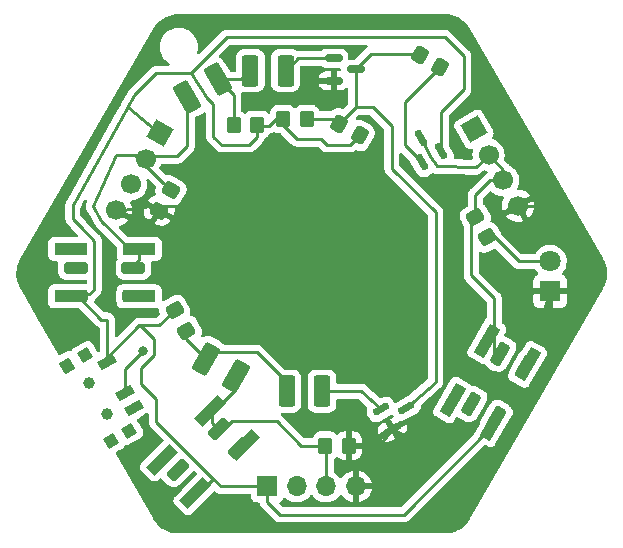
<source format=gbr>
%TF.GenerationSoftware,KiCad,Pcbnew,(6.0.5-0)*%
%TF.CreationDate,2022-06-08T15:31:10+08:00*%
%TF.ProjectId,dtl,64746c2e-6b69-4636-9164-5f7063625858,rev?*%
%TF.SameCoordinates,Original*%
%TF.FileFunction,Copper,L1,Top*%
%TF.FilePolarity,Positive*%
%FSLAX46Y46*%
G04 Gerber Fmt 4.6, Leading zero omitted, Abs format (unit mm)*
G04 Created by KiCad (PCBNEW (6.0.5-0)) date 2022-06-08 15:31:10*
%MOMM*%
%LPD*%
G01*
G04 APERTURE LIST*
G04 Aperture macros list*
%AMRoundRect*
0 Rectangle with rounded corners*
0 $1 Rounding radius*
0 $2 $3 $4 $5 $6 $7 $8 $9 X,Y pos of 4 corners*
0 Add a 4 corners polygon primitive as box body*
4,1,4,$2,$3,$4,$5,$6,$7,$8,$9,$2,$3,0*
0 Add four circle primitives for the rounded corners*
1,1,$1+$1,$2,$3*
1,1,$1+$1,$4,$5*
1,1,$1+$1,$6,$7*
1,1,$1+$1,$8,$9*
0 Add four rect primitives between the rounded corners*
20,1,$1+$1,$2,$3,$4,$5,0*
20,1,$1+$1,$4,$5,$6,$7,0*
20,1,$1+$1,$6,$7,$8,$9,0*
20,1,$1+$1,$8,$9,$2,$3,0*%
%AMHorizOval*
0 Thick line with rounded ends*
0 $1 width*
0 $2 $3 position (X,Y) of the first rounded end (center of the circle)*
0 $4 $5 position (X,Y) of the second rounded end (center of the circle)*
0 Add line between two ends*
20,1,$1,$2,$3,$4,$5,0*
0 Add two circle primitives to create the rounded ends*
1,1,$1,$2,$3*
1,1,$1,$4,$5*%
%AMRotRect*
0 Rectangle, with rotation*
0 The origin of the aperture is its center*
0 $1 length*
0 $2 width*
0 $3 Rotation angle, in degrees counterclockwise*
0 Add horizontal line*
21,1,$1,$2,0,0,$3*%
G04 Aperture macros list end*
%TA.AperFunction,SMDPad,CuDef*%
%ADD10RotRect,0.800000X1.500000X300.000000*%
%TD*%
%TA.AperFunction,SMDPad,CuDef*%
%ADD11RotRect,1.000000X1.000000X300.000000*%
%TD*%
%TA.AperFunction,SMDPad,CuDef*%
%ADD12RotRect,1.100000X1.000000X300.000000*%
%TD*%
%TA.AperFunction,ComponentPad*%
%ADD13C,1.000000*%
%TD*%
%TA.AperFunction,SMDPad,CuDef*%
%ADD14RoundRect,0.250000X-0.591506X-0.524519X-0.158494X-0.774519X0.591506X0.524519X0.158494X0.774519X0*%
%TD*%
%TA.AperFunction,SMDPad,CuDef*%
%ADD15RoundRect,0.250000X-0.564711X0.078109X-0.214711X-0.528109X0.564711X-0.078109X0.214711X0.528109X0*%
%TD*%
%TA.AperFunction,SMDPad,CuDef*%
%ADD16RoundRect,0.150000X-0.433790X-0.423654X0.583790X0.163846X0.433790X0.423654X-0.583790X-0.163846X0*%
%TD*%
%TA.AperFunction,SMDPad,CuDef*%
%ADD17RoundRect,0.250001X0.136964X-1.162226X0.938035X-0.699727X-0.136964X1.162226X-0.938035X0.699727X0*%
%TD*%
%TA.AperFunction,SMDPad,CuDef*%
%ADD18RoundRect,0.250000X-0.350000X-0.450000X0.350000X-0.450000X0.350000X0.450000X-0.350000X0.450000X0*%
%TD*%
%TA.AperFunction,SMDPad,CuDef*%
%ADD19RoundRect,0.250000X0.528109X0.214711X-0.078109X0.564711X-0.528109X-0.214711X0.078109X-0.564711X0*%
%TD*%
%TA.AperFunction,ComponentPad*%
%ADD20RotRect,1.700000X1.700000X330.000000*%
%TD*%
%TA.AperFunction,ComponentPad*%
%ADD21HorizOval,1.700000X0.000000X0.000000X0.000000X0.000000X0*%
%TD*%
%TA.AperFunction,SMDPad,CuDef*%
%ADD22RotRect,2.800000X1.000000X240.000000*%
%TD*%
%TA.AperFunction,SMDPad,CuDef*%
%ADD23RoundRect,0.150000X-0.587500X-0.150000X0.587500X-0.150000X0.587500X0.150000X-0.587500X0.150000X0*%
%TD*%
%TA.AperFunction,SMDPad,CuDef*%
%ADD24R,2.800000X1.000000*%
%TD*%
%TA.AperFunction,ComponentPad*%
%ADD25R,1.700000X1.700000*%
%TD*%
%TA.AperFunction,ComponentPad*%
%ADD26O,1.700000X1.700000*%
%TD*%
%TA.AperFunction,SMDPad,CuDef*%
%ADD27RoundRect,0.250001X0.462499X1.074999X-0.462499X1.074999X-0.462499X-1.074999X0.462499X-1.074999X0*%
%TD*%
%TA.AperFunction,SMDPad,CuDef*%
%ADD28RoundRect,0.250000X-0.750000X0.250000X-0.750000X-0.250000X0.750000X-0.250000X0.750000X0.250000X0*%
%TD*%
%TA.AperFunction,SMDPad,CuDef*%
%ADD29RoundRect,0.250000X-0.528109X-0.214711X0.078109X-0.564711X0.528109X0.214711X-0.078109X0.564711X0*%
%TD*%
%TA.AperFunction,SMDPad,CuDef*%
%ADD30RotRect,2.800000X1.000000X225.000000*%
%TD*%
%TA.AperFunction,SMDPad,CuDef*%
%ADD31RoundRect,0.250000X-0.707107X-0.353553X-0.353553X-0.707107X0.707107X0.353553X0.353553X0.707107X0*%
%TD*%
%TA.AperFunction,ComponentPad*%
%ADD32R,1.800000X1.800000*%
%TD*%
%TA.AperFunction,ComponentPad*%
%ADD33C,1.800000*%
%TD*%
%TA.AperFunction,SMDPad,CuDef*%
%ADD34RoundRect,0.250001X0.938035X0.699727X0.136964X1.162226X-0.938035X-0.699727X-0.136964X-1.162226X0*%
%TD*%
%TA.AperFunction,ComponentPad*%
%ADD35RotRect,1.700000X1.700000X30.000000*%
%TD*%
%TA.AperFunction,ComponentPad*%
%ADD36HorizOval,1.700000X0.000000X0.000000X0.000000X0.000000X0*%
%TD*%
%TA.AperFunction,SMDPad,CuDef*%
%ADD37RoundRect,0.250000X-0.214711X0.528109X-0.564711X-0.078109X0.214711X-0.528109X0.564711X0.078109X0*%
%TD*%
%TA.AperFunction,SMDPad,CuDef*%
%ADD38RoundRect,0.250000X0.350000X0.450000X-0.350000X0.450000X-0.350000X-0.450000X0.350000X-0.450000X0*%
%TD*%
%TA.AperFunction,SMDPad,CuDef*%
%ADD39RoundRect,0.150000X0.423654X-0.433790X-0.163846X0.583790X-0.423654X0.433790X0.163846X-0.583790X0*%
%TD*%
%TA.AperFunction,ViaPad*%
%ADD40C,0.800000*%
%TD*%
%TA.AperFunction,Conductor*%
%ADD41C,0.250000*%
%TD*%
G04 APERTURE END LIST*
D10*
%TO.P,SW2,1,A*%
%TO.N,Net-(Q7-Pad2)*%
X198808193Y-67602112D03*
%TO.P,SW2,2,B*%
%TO.N,Net-(BT1-Pad1)*%
X200308193Y-70200188D03*
%TO.P,SW2,3,C*%
%TO.N,unconnected-(SW2-Pad3)*%
X201058193Y-71499226D03*
D11*
%TO.P,SW2,4*%
%TO.N,N/C*%
X196957360Y-66996375D03*
%TO.P,SW2,5*%
X200657360Y-73404963D03*
D12*
%TO.P,SW2,6*%
X195398514Y-67896375D03*
D11*
%TO.P,SW2,7*%
X199098514Y-74304963D03*
D13*
%TO.P,SW2,8*%
X197277937Y-69351631D03*
%TO.P,SW2,9*%
X198777937Y-71949707D03*
%TD*%
D14*
%TO.P,SW6,1,1*%
%TO.N,unconnected-(SW6-Pad1)*%
X234176731Y-68034937D03*
%TO.P,SW6,2,2*%
%TO.N,Net-(Q7-Pad2)*%
X231701731Y-72321763D03*
%TO.P,SW6,3,K*%
%TO.N,Net-(J9-Pad2)*%
X232073270Y-66878238D03*
%TO.P,SW6,4,A*%
%TO.N,unconnected-(SW6-Pad4)*%
X229623270Y-71121763D03*
%TD*%
D15*
%TO.P,R19,1*%
%TO.N,Net-(J9-Pad2)*%
X229962106Y-55297619D03*
%TO.P,R19,2*%
%TO.N,Net-(D12-Pad2)*%
X230962106Y-57029669D03*
%TD*%
D16*
%TO.P,Q4,1,B*%
%TO.N,Net-(D9-Pad1)*%
X222013101Y-71596026D03*
%TO.P,Q4,2,E*%
%TO.N,GND2*%
X222963101Y-73241474D03*
%TO.P,Q4,3,C*%
%TO.N,Net-(Q1-Pad3)*%
X224111899Y-71481250D03*
%TD*%
D17*
%TO.P,D1,1,K*%
%TO.N,Net-(D1-Pad1)*%
X205571787Y-45143750D03*
%TO.P,D1,2,A*%
%TO.N,Net-(D1-Pad2)*%
X208148213Y-43656250D03*
%TD*%
D18*
%TO.P,R16,1*%
%TO.N,Net-(Q7-Pad2)*%
X213700000Y-47000000D03*
%TO.P,R16,2*%
%TO.N,Net-(Q1-Pad3)*%
X215700000Y-47000000D03*
%TD*%
D19*
%TO.P,R7,1*%
%TO.N,Net-(Q7-Pad2)*%
X220166025Y-48400000D03*
%TO.P,R7,2*%
%TO.N,Net-(Q1-Pad3)*%
X218433975Y-47400000D03*
%TD*%
D20*
%TO.P,J1,1,Pin_1*%
%TO.N,Net-(Q7-Pad2)*%
X203300000Y-48209104D03*
D21*
%TO.P,J1,2,Pin_2*%
%TO.N,Net-(D1-Pad1)*%
X202050000Y-50374168D03*
%TO.P,J1,3,Pin_3*%
%TO.N,unconnected-(J1-Pad3)*%
X200800000Y-52539231D03*
%TO.P,J1,4,Pin_4*%
%TO.N,GND2*%
X199550000Y-54704295D03*
%TD*%
D15*
%TO.P,R12,1*%
%TO.N,Net-(Q7-Pad2)*%
X204500000Y-63183975D03*
%TO.P,R12,2*%
%TO.N,Net-(D8-Pad2)*%
X205500000Y-64916025D03*
%TD*%
D22*
%TO.P,SW19,1,1*%
%TO.N,unconnected-(SW19-Pad1)*%
X234400000Y-67777052D03*
%TO.P,SW19,2,2*%
%TO.N,Net-(Q7-Pad2)*%
X231500000Y-72800000D03*
%TO.P,SW19,3,K*%
%TO.N,Net-(J9-Pad2)*%
X230935898Y-65777052D03*
%TO.P,SW19,4,A*%
%TO.N,unconnected-(SW19-Pad4)*%
X228035898Y-70800000D03*
%TD*%
D23*
%TO.P,Q1,1,B*%
%TO.N,Net-(D2-Pad1)*%
X217962500Y-41850000D03*
%TO.P,Q1,2,E*%
%TO.N,GND2*%
X217962500Y-43750000D03*
%TO.P,Q1,3,C*%
%TO.N,Net-(Q1-Pad3)*%
X219837500Y-42800000D03*
%TD*%
D24*
%TO.P,SW14,1,1*%
%TO.N,unconnected-(SW14-Pad1)*%
X201500000Y-62025000D03*
%TO.P,SW14,2,2*%
%TO.N,Net-(Q7-Pad2)*%
X195700000Y-62025000D03*
%TO.P,SW14,3,K*%
%TO.N,Net-(D1-Pad1)*%
X201500000Y-58025000D03*
%TO.P,SW14,4,A*%
%TO.N,unconnected-(SW14-Pad4)*%
X195700000Y-58025000D03*
%TD*%
D25*
%TO.P,J3,1,Pin_1*%
%TO.N,Net-(Q7-Pad2)*%
X212361606Y-78110669D03*
D26*
%TO.P,J3,2,Pin_2*%
%TO.N,unconnected-(J3-Pad2)*%
X214861606Y-78110669D03*
%TO.P,J3,3,Pin_3*%
%TO.N,Net-(D8-Pad1)*%
X217361606Y-78110669D03*
%TO.P,J3,4,Pin_4*%
%TO.N,GND2*%
X219861606Y-78110669D03*
%TD*%
D27*
%TO.P,D9,1,K*%
%TO.N,Net-(D9-Pad1)*%
X216987500Y-70050000D03*
%TO.P,D9,2,A*%
%TO.N,Net-(D8-Pad2)*%
X214012500Y-70050000D03*
%TD*%
D28*
%TO.P,SW9,1,1*%
%TO.N,unconnected-(SW9-Pad1)*%
X201075000Y-62000000D03*
%TO.P,SW9,2,2*%
%TO.N,Net-(Q7-Pad2)*%
X196125000Y-62000000D03*
%TO.P,SW9,3,K*%
%TO.N,Net-(D1-Pad1)*%
X201025000Y-59600000D03*
%TO.P,SW9,4,A*%
%TO.N,unconnected-(SW9-Pad4)*%
X196125000Y-59600000D03*
%TD*%
D29*
%TO.P,R18,1*%
%TO.N,Net-(Q1-Pad3)*%
X225267950Y-41600000D03*
%TO.P,R18,2*%
%TO.N,Net-(Q7-Pad1)*%
X227000000Y-42600000D03*
%TD*%
D30*
%TO.P,SW15,1,1*%
%TO.N,unconnected-(SW15-Pad1)*%
X210364823Y-74563604D03*
%TO.P,SW15,2,2*%
%TO.N,Net-(Q7-Pad2)*%
X206263604Y-78664823D03*
%TO.P,SW15,3,K*%
%TO.N,Net-(D8-Pad1)*%
X207536396Y-71735177D03*
%TO.P,SW15,4,A*%
%TO.N,unconnected-(SW15-Pad4)*%
X203435177Y-75836396D03*
%TD*%
D31*
%TO.P,SW10,1,1*%
%TO.N,unconnected-(SW10-Pad1)*%
X209998618Y-74880762D03*
%TO.P,SW10,2,2*%
%TO.N,Net-(Q7-Pad2)*%
X206498439Y-78380940D03*
%TO.P,SW10,3,K*%
%TO.N,Net-(D8-Pad1)*%
X208266206Y-73219061D03*
%TO.P,SW10,4,A*%
%TO.N,unconnected-(SW10-Pad4)*%
X204801383Y-76683884D03*
%TD*%
D32*
%TO.P,D12,1,K*%
%TO.N,GND2*%
X236296106Y-61606669D03*
D33*
%TO.P,D12,2,A*%
%TO.N,Net-(D12-Pad2)*%
X236296106Y-59066669D03*
%TD*%
D34*
%TO.P,D8,1,K*%
%TO.N,Net-(D8-Pad1)*%
X209738213Y-68793750D03*
%TO.P,D8,2,A*%
%TO.N,Net-(D8-Pad2)*%
X207161787Y-67306250D03*
%TD*%
D35*
%TO.P,J9,1,Pin_1*%
%TO.N,unconnected-(J9-Pad1)*%
X229834106Y-47865669D03*
D36*
%TO.P,J9,2,Pin_2*%
%TO.N,Net-(J9-Pad2)*%
X231084106Y-50030733D03*
%TO.P,J9,3,Pin_3*%
X232334106Y-52195796D03*
%TO.P,J9,4,Pin_4*%
%TO.N,GND2*%
X233584106Y-54360860D03*
%TD*%
D27*
%TO.P,D2,1,K*%
%TO.N,Net-(D2-Pad1)*%
X213900000Y-42900000D03*
%TO.P,D2,2,A*%
%TO.N,Net-(D1-Pad2)*%
X210925000Y-42900000D03*
%TD*%
D37*
%TO.P,R2,1*%
%TO.N,Net-(D1-Pad1)*%
X204200000Y-53033975D03*
%TO.P,R2,2*%
%TO.N,GND2*%
X203200000Y-54766025D03*
%TD*%
D18*
%TO.P,R1,1*%
%TO.N,Net-(D8-Pad1)*%
X217271606Y-74660669D03*
%TO.P,R1,2*%
%TO.N,GND2*%
X219271606Y-74660669D03*
%TD*%
D38*
%TO.P,R4,1*%
%TO.N,Net-(Q7-Pad2)*%
X211500000Y-47500000D03*
%TO.P,R4,2*%
%TO.N,Net-(D1-Pad2)*%
X209500000Y-47500000D03*
%TD*%
D39*
%TO.P,Q7,1,B*%
%TO.N,Net-(Q7-Pad1)*%
X225446026Y-50686899D03*
%TO.P,Q7,2,E*%
%TO.N,Net-(Q7-Pad2)*%
X227091474Y-49736899D03*
%TO.P,Q7,3,C*%
%TO.N,Net-(J9-Pad2)*%
X225331250Y-48588101D03*
%TD*%
D40*
%TO.N,Net-(BT1-Pad1)*%
X201860000Y-66650000D03*
%TO.N,GND2*%
X216300000Y-43800000D03*
%TD*%
D41*
%TO.N,Net-(Q7-Pad2)*%
X213700000Y-47000000D02*
X213100000Y-47000000D01*
X198308193Y-64008193D02*
X196125000Y-61825000D01*
X212361606Y-79461606D02*
X213400000Y-80500000D01*
X212500000Y-47600000D02*
X211600000Y-47600000D01*
X197300000Y-61850000D02*
X195700000Y-61850000D01*
X198808193Y-64008193D02*
X198308193Y-64008193D01*
X207800000Y-77500000D02*
X207728427Y-77500000D01*
X201110000Y-44994927D02*
X200506844Y-46106844D01*
X211600000Y-47600000D02*
X211500000Y-47500000D01*
X223933494Y-80500000D02*
X231161731Y-73271763D01*
X229000000Y-44500000D02*
X227091474Y-46408526D01*
X213400000Y-80500000D02*
X223933494Y-80500000D01*
X198808193Y-64008193D02*
X198808193Y-67602112D01*
X200506844Y-46106844D02*
X195900000Y-54300000D01*
X212361606Y-78110669D02*
X208410669Y-78110669D01*
X220166025Y-48400000D02*
X219366025Y-49200000D01*
X202954927Y-43150000D02*
X201110000Y-44994927D01*
X196557817Y-56158795D02*
X197700000Y-57300978D01*
X207800000Y-48500000D02*
X207800000Y-45768000D01*
X207216000Y-45184000D02*
X205860000Y-43150000D01*
X208410669Y-78110669D02*
X207800000Y-77500000D01*
X204500000Y-63183975D02*
X203203975Y-64480000D01*
X203203975Y-64480000D02*
X201530000Y-64480000D01*
X202950000Y-70700000D02*
X201700000Y-69450000D01*
X205860000Y-43150000D02*
X202954927Y-43150000D01*
X212361606Y-78110669D02*
X212361606Y-79461606D01*
X231500000Y-72800000D02*
X231500000Y-72523494D01*
X201700000Y-68075000D02*
X202750000Y-67025000D01*
X201700000Y-69450000D02*
X201700000Y-68075000D01*
X201605000Y-64480000D02*
X201530000Y-64480000D01*
X210800000Y-49200000D02*
X208500000Y-49200000D01*
X202750000Y-67025000D02*
X202750000Y-65625000D01*
X227091474Y-46408526D02*
X227091474Y-49736899D01*
X200638677Y-46106844D02*
X200506844Y-46106844D01*
X214900000Y-48700000D02*
X213700000Y-47500000D01*
X207800000Y-77500000D02*
X202950000Y-72650000D01*
X227400000Y-40100000D02*
X229000000Y-41700000D01*
X231500000Y-72523494D02*
X231701731Y-72321763D01*
X207728427Y-77500000D02*
X206363604Y-78864823D01*
X208910000Y-40100000D02*
X227400000Y-40100000D01*
X205860000Y-43150000D02*
X208910000Y-40100000D01*
X217400000Y-49200000D02*
X216900000Y-48700000D01*
X197700000Y-57300978D02*
X197700000Y-61450000D01*
X202950000Y-72650000D02*
X202950000Y-70700000D01*
X195900000Y-54300000D02*
X195900000Y-55450000D01*
X219366025Y-49200000D02*
X217400000Y-49200000D01*
X211500000Y-47500000D02*
X211500000Y-48500000D01*
X229000000Y-41700000D02*
X229000000Y-44500000D01*
X195900000Y-55450000D02*
X196557817Y-56158795D01*
X201530000Y-64480000D02*
X198808193Y-67201807D01*
X216900000Y-48700000D02*
X214900000Y-48700000D01*
X213700000Y-47500000D02*
X213700000Y-47000000D01*
X197700000Y-61450000D02*
X197300000Y-61850000D01*
X202750000Y-65625000D02*
X201605000Y-64480000D01*
X208500000Y-49200000D02*
X207800000Y-48500000D01*
X211500000Y-48500000D02*
X210800000Y-49200000D01*
X203300000Y-48309104D02*
X200638677Y-46106844D01*
X198808193Y-67201807D02*
X198808193Y-67602112D01*
%TO.N,Net-(Q7-Pad1)*%
X224000000Y-49240873D02*
X224000000Y-45600000D01*
X225446026Y-50686899D02*
X224000000Y-49240873D01*
X224000000Y-45600000D02*
X227000000Y-42600000D01*
%TO.N,Net-(Q1-Pad3)*%
X225267950Y-41600000D02*
X225167950Y-41500000D01*
X226610000Y-69255775D02*
X226610000Y-54910000D01*
X225167950Y-41500000D02*
X221137500Y-41500000D01*
X218033975Y-47000000D02*
X215700000Y-47000000D01*
X226610000Y-54910000D02*
X222900000Y-51200000D01*
X222900000Y-47600000D02*
X221296475Y-45996475D01*
X221137500Y-41500000D02*
X219837500Y-42800000D01*
X224111899Y-71481250D02*
X226610000Y-69255775D01*
X219837500Y-45996475D02*
X218433975Y-47400000D01*
X221296475Y-45996475D02*
X219837500Y-45996475D01*
X218433975Y-47400000D02*
X218033975Y-47000000D01*
X222900000Y-51200000D02*
X222900000Y-47600000D01*
X219837500Y-42800000D02*
X219837500Y-45996475D01*
%TO.N,Net-(D12-Pad2)*%
X233634106Y-59066669D02*
X236296106Y-59066669D01*
%TO.N,Net-(J9-Pad2)*%
X226700000Y-51000000D02*
X230014839Y-51100000D01*
X229615906Y-55643819D02*
X229962106Y-55297619D01*
X226100000Y-50100000D02*
X226700000Y-51000000D01*
X231084106Y-50030733D02*
X232334106Y-51280733D01*
X232334106Y-51280733D02*
X232334106Y-52195796D01*
X229615906Y-60230069D02*
X229615906Y-55643819D01*
X231223979Y-52195796D02*
X232334106Y-52195796D01*
X230014839Y-51100000D02*
X231084106Y-50030733D01*
X225331250Y-48588101D02*
X226100000Y-50100000D01*
X229962106Y-55297619D02*
X229962106Y-53457669D01*
X231558270Y-62172434D02*
X229615906Y-60230069D01*
X231558270Y-67678238D02*
X231558270Y-62172434D01*
X229962106Y-53457669D02*
X231223979Y-52195796D01*
%TO.N,GND2*%
X221667532Y-74809669D02*
X219420606Y-74809669D01*
X216350000Y-43750000D02*
X216300000Y-43800000D01*
X233584106Y-54360860D02*
X235151297Y-54360860D01*
X219271606Y-76327169D02*
X219861606Y-76917169D01*
X235151297Y-54360860D02*
X238455106Y-57664669D01*
X232600000Y-68500000D02*
X231000000Y-70800000D01*
X202419876Y-54354964D02*
X202431606Y-54366694D01*
X207681081Y-54366694D02*
X207831424Y-54216351D01*
X235610000Y-63650000D02*
X235200000Y-63600000D01*
X228150000Y-74950000D02*
X225907415Y-74950000D01*
X238455106Y-57664669D02*
X238455106Y-60712669D01*
X238455106Y-60712669D02*
X237566106Y-61601669D01*
X233400000Y-66700000D02*
X232600000Y-68500000D01*
X199550000Y-54804295D02*
X202419876Y-54354964D01*
X222963101Y-73241474D02*
X221667532Y-74809669D01*
X219861606Y-76917169D02*
X219861606Y-78110669D01*
X234960000Y-64570000D02*
X234530000Y-64570000D01*
X219420606Y-74809669D02*
X219271606Y-74660669D01*
X217962500Y-43750000D02*
X216350000Y-43750000D01*
X230000000Y-73000000D02*
X228150000Y-74950000D01*
X234530000Y-64570000D02*
X233400000Y-66700000D01*
X231000000Y-70800000D02*
X230000000Y-73000000D01*
X237566106Y-61601669D02*
X236301106Y-61601669D01*
X219271606Y-74660669D02*
X219271606Y-76327169D01*
X236296106Y-61606669D02*
X235610000Y-63650000D01*
X235200000Y-63600000D02*
X234960000Y-64570000D01*
X236301106Y-61601669D02*
X236296106Y-61606669D01*
X225907415Y-74950000D02*
X222963101Y-73241474D01*
X202431606Y-54366694D02*
X207681081Y-54366694D01*
%TO.N,Net-(Q7-Pad2)*%
X213100000Y-47000000D02*
X212500000Y-47600000D01*
X207800000Y-45768000D02*
X207216000Y-45184000D01*
%TO.N,Net-(D9-Pad1)*%
X220300000Y-70050000D02*
X222013101Y-71596026D01*
X216987500Y-70050000D02*
X220300000Y-70050000D01*
%TO.N,Net-(D8-Pad2)*%
X207161787Y-67306250D02*
X207718037Y-66750000D01*
X214012500Y-69312500D02*
X214012500Y-70050000D01*
X211450000Y-66750000D02*
X214012500Y-69312500D01*
X207718037Y-66750000D02*
X211450000Y-66750000D01*
X205500000Y-65644463D02*
X207161787Y-67306250D01*
X205500000Y-64916025D02*
X205500000Y-65644463D01*
%TO.N,Net-(D8-Pad1)*%
X215210669Y-74660669D02*
X217271606Y-74660669D01*
X207636396Y-71935177D02*
X207636396Y-72739251D01*
X217361606Y-74750669D02*
X217271606Y-74660669D01*
X209738213Y-68793750D02*
X209738213Y-69833360D01*
X213150000Y-72600000D02*
X215210669Y-74660669D01*
X209335267Y-72600000D02*
X213150000Y-72600000D01*
X217361606Y-78110669D02*
X217361606Y-74750669D01*
X209738213Y-69833360D02*
X207636396Y-71935177D01*
X208416206Y-73519061D02*
X209335267Y-72600000D01*
X207636396Y-72739251D02*
X208416206Y-73519061D01*
%TO.N,Net-(D12-Pad2)*%
X231597106Y-57029669D02*
X233634106Y-59066669D01*
X230962106Y-57029669D02*
X231597106Y-57029669D01*
%TO.N,Net-(BT1-Pad1)*%
X200308193Y-68201807D02*
X200308193Y-70200188D01*
X201860000Y-66650000D02*
X200308193Y-68201807D01*
%TO.N,Net-(D1-Pad1)*%
X203110000Y-50150000D02*
X204750000Y-50150000D01*
X201500000Y-57850000D02*
X201500000Y-58950000D01*
X201141606Y-50024837D02*
X203431606Y-52314837D01*
X201500000Y-58950000D02*
X201025000Y-59425000D01*
X203431606Y-52314837D02*
X204200000Y-53033975D01*
X205571787Y-49328213D02*
X205571787Y-45143750D01*
X201141606Y-50024837D02*
X203110000Y-50150000D01*
X199575163Y-50024837D02*
X197600000Y-54400000D01*
X204750000Y-50150000D02*
X205571787Y-49328213D01*
X201141606Y-50024837D02*
X199575163Y-50024837D01*
X197600000Y-54400000D02*
X198300000Y-55600000D01*
X200550000Y-57850000D02*
X201500000Y-57850000D01*
X198300000Y-55600000D02*
X200550000Y-57850000D01*
%TO.N,Net-(D1-Pad2)*%
X210168750Y-43656250D02*
X210925000Y-42900000D01*
X209500000Y-45008037D02*
X208148213Y-43656250D01*
X209500000Y-47500000D02*
X209500000Y-45008037D01*
X208148213Y-43656250D02*
X210168750Y-43656250D01*
%TO.N,Net-(D2-Pad1)*%
X214950000Y-41850000D02*
X213900000Y-42900000D01*
X217962500Y-41850000D02*
X214950000Y-41850000D01*
%TD*%
%TA.AperFunction,Conductor*%
%TO.N,GND2*%
G36*
X227338348Y-38113265D02*
G01*
X227353174Y-38115574D01*
X227353181Y-38115574D01*
X227362049Y-38116955D01*
X227370952Y-38115791D01*
X227370954Y-38115791D01*
X227379661Y-38114653D01*
X227403321Y-38113803D01*
X227567556Y-38123370D01*
X227650246Y-38128186D01*
X227664791Y-38129886D01*
X227811978Y-38155840D01*
X227935683Y-38177654D01*
X227949940Y-38181034D01*
X228213432Y-38259920D01*
X228227201Y-38264931D01*
X228479771Y-38373881D01*
X228492864Y-38380457D01*
X228731064Y-38517982D01*
X228743306Y-38526033D01*
X228963942Y-38690290D01*
X228975167Y-38699709D01*
X229175238Y-38888467D01*
X229185292Y-38899124D01*
X229362095Y-39109828D01*
X229370845Y-39121581D01*
X229493159Y-39307546D01*
X229502787Y-39322185D01*
X229515029Y-39345964D01*
X229518400Y-39354677D01*
X229526686Y-39365495D01*
X229537757Y-39379949D01*
X229546847Y-39393566D01*
X240759679Y-58814759D01*
X240768073Y-58832297D01*
X240776730Y-58854674D01*
X240782186Y-58861797D01*
X240782188Y-58861801D01*
X240787528Y-58868773D01*
X240800094Y-58888837D01*
X240911107Y-59109884D01*
X240916907Y-59123330D01*
X241010983Y-59381798D01*
X241015186Y-59395835D01*
X241078622Y-59663488D01*
X241081166Y-59677917D01*
X241113101Y-59951117D01*
X241113953Y-59965745D01*
X241113956Y-60240807D01*
X241113104Y-60255432D01*
X241101008Y-60358935D01*
X241081175Y-60528632D01*
X241078631Y-60543062D01*
X241015201Y-60810713D01*
X241011000Y-60824747D01*
X240916934Y-61083208D01*
X240916930Y-61083218D01*
X240911126Y-61096673D01*
X240803457Y-61311067D01*
X240788990Y-61333553D01*
X240788634Y-61333995D01*
X240788629Y-61334003D01*
X240783000Y-61340992D01*
X240770793Y-61370392D01*
X240763552Y-61385060D01*
X229715538Y-80520782D01*
X229550715Y-80806264D01*
X229539727Y-80822296D01*
X229524675Y-80840983D01*
X229517864Y-80857386D01*
X229506777Y-80878289D01*
X229370851Y-81084954D01*
X229362106Y-81096700D01*
X229185302Y-81307404D01*
X229175247Y-81318062D01*
X228975173Y-81506820D01*
X228963950Y-81516237D01*
X228853637Y-81598360D01*
X228743325Y-81680482D01*
X228731083Y-81688534D01*
X228492875Y-81826060D01*
X228479780Y-81832636D01*
X228227212Y-81941579D01*
X228213443Y-81946590D01*
X227949948Y-82025470D01*
X227935690Y-82028849D01*
X227664814Y-82076606D01*
X227650261Y-82078307D01*
X227541726Y-82084626D01*
X227410389Y-82092273D01*
X227383680Y-82090984D01*
X227374618Y-82089573D01*
X227365715Y-82090737D01*
X227365713Y-82090737D01*
X227343043Y-82093701D01*
X227326709Y-82094764D01*
X204901040Y-82094764D01*
X204881652Y-82093263D01*
X204866826Y-82090954D01*
X204866819Y-82090954D01*
X204857951Y-82089573D01*
X204849048Y-82090737D01*
X204849046Y-82090737D01*
X204840339Y-82091875D01*
X204816679Y-82092725D01*
X204652850Y-82083182D01*
X204569749Y-82078342D01*
X204555201Y-82076641D01*
X204419756Y-82052759D01*
X204284313Y-82028876D01*
X204270057Y-82025497D01*
X204006549Y-81946610D01*
X203992786Y-81941601D01*
X203837805Y-81874750D01*
X203740206Y-81832651D01*
X203727113Y-81826075D01*
X203488906Y-81688551D01*
X203476664Y-81680500D01*
X203256021Y-81516245D01*
X203244804Y-81506834D01*
X203044712Y-81318068D01*
X203034669Y-81307423D01*
X202890022Y-81135051D01*
X202857846Y-81096708D01*
X202849098Y-81084958D01*
X202837401Y-81067174D01*
X202717314Y-80884607D01*
X202705072Y-80860831D01*
X202704830Y-80860204D01*
X202704827Y-80860199D01*
X202701591Y-80851835D01*
X202682241Y-80826574D01*
X202673149Y-80812954D01*
X199528697Y-75366605D01*
X199511959Y-75297610D01*
X199535179Y-75230518D01*
X199574816Y-75194486D01*
X199664124Y-75142924D01*
X200077462Y-74904283D01*
X200127936Y-74867342D01*
X200220487Y-74754867D01*
X200224016Y-74746612D01*
X200224019Y-74746608D01*
X200258676Y-74665552D01*
X200303848Y-74610780D01*
X200371461Y-74589124D01*
X200389556Y-74589986D01*
X200486002Y-74601572D01*
X200494858Y-74600098D01*
X200494860Y-74600098D01*
X200621893Y-74578955D01*
X200621896Y-74578954D01*
X200629683Y-74577658D01*
X200686912Y-74552417D01*
X201636308Y-74004283D01*
X201686782Y-73967342D01*
X201712493Y-73936097D01*
X201773628Y-73861800D01*
X201779333Y-73854867D01*
X201836596Y-73720938D01*
X201839176Y-73699467D01*
X201851699Y-73595217D01*
X201853969Y-73576321D01*
X201847155Y-73535380D01*
X201831352Y-73440430D01*
X201831351Y-73440427D01*
X201830055Y-73432640D01*
X201804814Y-73375411D01*
X201390129Y-72657155D01*
X201322997Y-72540879D01*
X201306259Y-72471884D01*
X201329479Y-72404792D01*
X201369116Y-72368760D01*
X202127500Y-71930907D01*
X202196495Y-71914169D01*
X202263587Y-71937389D01*
X202307474Y-71993197D01*
X202316500Y-72040026D01*
X202316500Y-72571233D01*
X202315973Y-72582416D01*
X202314298Y-72589909D01*
X202314547Y-72597835D01*
X202314547Y-72597836D01*
X202316438Y-72657986D01*
X202316500Y-72661945D01*
X202316500Y-72689856D01*
X202316997Y-72693790D01*
X202316997Y-72693791D01*
X202317005Y-72693856D01*
X202317938Y-72705693D01*
X202319327Y-72749889D01*
X202324978Y-72769339D01*
X202328987Y-72788700D01*
X202331526Y-72808797D01*
X202334445Y-72816168D01*
X202334445Y-72816170D01*
X202347804Y-72849912D01*
X202351649Y-72861142D01*
X202360069Y-72890124D01*
X202363982Y-72903593D01*
X202368015Y-72910412D01*
X202368017Y-72910417D01*
X202374293Y-72921028D01*
X202382988Y-72938776D01*
X202390448Y-72957617D01*
X202395110Y-72964033D01*
X202395110Y-72964034D01*
X202416436Y-72993387D01*
X202422952Y-73003307D01*
X202445458Y-73041362D01*
X202459779Y-73055683D01*
X202472619Y-73070716D01*
X202484528Y-73087107D01*
X202518605Y-73115298D01*
X202527384Y-73123288D01*
X203535622Y-74131526D01*
X203569648Y-74193838D01*
X203564583Y-74264653D01*
X203535622Y-74309716D01*
X201698074Y-76147264D01*
X201658882Y-76196010D01*
X201655613Y-76203200D01*
X201605229Y-76314014D01*
X201598594Y-76328606D01*
X201597322Y-76337489D01*
X201597321Y-76337492D01*
X201585568Y-76419563D01*
X201577945Y-76472792D01*
X201598594Y-76616978D01*
X201658882Y-76749574D01*
X201663831Y-76755730D01*
X201663832Y-76755731D01*
X201666399Y-76758924D01*
X201698074Y-76798320D01*
X202473253Y-77573499D01*
X202521999Y-77612691D01*
X202529190Y-77615960D01*
X202529189Y-77615960D01*
X202646426Y-77669265D01*
X202646427Y-77669265D01*
X202654595Y-77672979D01*
X202663478Y-77674251D01*
X202663481Y-77674252D01*
X202789892Y-77692355D01*
X202798781Y-77693628D01*
X202807670Y-77692355D01*
X202934081Y-77674252D01*
X202934084Y-77674251D01*
X202942967Y-77672979D01*
X202951135Y-77669265D01*
X202951136Y-77669265D01*
X203068373Y-77615960D01*
X203068372Y-77615960D01*
X203075563Y-77612691D01*
X203124309Y-77573499D01*
X203261908Y-77435900D01*
X203324220Y-77401874D01*
X203395035Y-77406939D01*
X203451871Y-77449486D01*
X203453683Y-77452088D01*
X203456001Y-77456706D01*
X203522298Y-77538140D01*
X203947127Y-77962969D01*
X204029675Y-78029998D01*
X204035836Y-78033077D01*
X204035840Y-78033079D01*
X204146669Y-78088456D01*
X204187894Y-78109055D01*
X204254462Y-78124729D01*
X204352932Y-78147916D01*
X204352936Y-78147916D01*
X204360056Y-78149593D01*
X204367372Y-78149587D01*
X204367375Y-78149587D01*
X204448682Y-78149516D01*
X204536926Y-78149439D01*
X204622973Y-78129019D01*
X204701898Y-78110290D01*
X204701899Y-78110290D01*
X204709019Y-78108600D01*
X204867099Y-78029266D01*
X204872434Y-78024923D01*
X204946038Y-77965000D01*
X204946044Y-77964994D01*
X204948532Y-77962969D01*
X206068703Y-76842798D01*
X206131015Y-76808772D01*
X206201830Y-76813837D01*
X206246893Y-76842798D01*
X206339525Y-76935430D01*
X206373551Y-76997742D01*
X206368486Y-77068557D01*
X206339525Y-77113620D01*
X205219354Y-78233791D01*
X205152325Y-78316339D01*
X205149244Y-78322505D01*
X205127987Y-78365047D01*
X205104369Y-78397823D01*
X204526501Y-78975691D01*
X204503784Y-79003945D01*
X204497148Y-79012200D01*
X204487309Y-79024437D01*
X204427021Y-79157033D01*
X204425749Y-79165916D01*
X204425748Y-79165919D01*
X204417490Y-79223585D01*
X204406372Y-79301219D01*
X204407645Y-79310108D01*
X204424777Y-79429734D01*
X204427021Y-79445405D01*
X204430735Y-79453573D01*
X204430735Y-79453574D01*
X204439219Y-79472233D01*
X204487309Y-79578001D01*
X204526501Y-79626747D01*
X205301680Y-80401926D01*
X205350426Y-80441118D01*
X205357617Y-80444387D01*
X205357616Y-80444387D01*
X205474853Y-80497692D01*
X205474854Y-80497692D01*
X205483022Y-80501406D01*
X205491905Y-80502678D01*
X205491908Y-80502679D01*
X205618319Y-80520782D01*
X205627208Y-80522055D01*
X205636097Y-80520782D01*
X205762508Y-80502679D01*
X205762511Y-80502678D01*
X205771394Y-80501406D01*
X205779562Y-80497692D01*
X205779563Y-80497692D01*
X205896800Y-80444387D01*
X205896799Y-80444387D01*
X205903990Y-80441118D01*
X205952736Y-80401926D01*
X207790199Y-78564463D01*
X207852511Y-78530437D01*
X207923326Y-78535502D01*
X207965546Y-78561707D01*
X207968335Y-78564326D01*
X207971178Y-78567082D01*
X207990899Y-78586803D01*
X207994094Y-78589281D01*
X208003116Y-78596987D01*
X208035348Y-78627255D01*
X208042297Y-78631075D01*
X208053101Y-78637015D01*
X208069625Y-78647868D01*
X208085628Y-78660282D01*
X208126212Y-78677845D01*
X208136842Y-78683052D01*
X208175609Y-78704364D01*
X208183286Y-78706335D01*
X208183291Y-78706337D01*
X208195227Y-78709401D01*
X208213935Y-78715806D01*
X208232524Y-78723850D01*
X208240349Y-78725089D01*
X208240351Y-78725090D01*
X208276188Y-78730766D01*
X208287809Y-78733173D01*
X208322958Y-78742197D01*
X208330639Y-78744169D01*
X208350900Y-78744169D01*
X208370609Y-78745720D01*
X208390612Y-78748888D01*
X208398504Y-78748142D01*
X208403731Y-78747648D01*
X208434623Y-78744728D01*
X208446480Y-78744169D01*
X210877106Y-78744169D01*
X210945227Y-78764171D01*
X210991720Y-78817827D01*
X211003106Y-78870169D01*
X211003106Y-79008803D01*
X211009861Y-79070985D01*
X211060991Y-79207374D01*
X211148345Y-79323930D01*
X211264901Y-79411284D01*
X211401290Y-79462414D01*
X211457166Y-79468484D01*
X211458658Y-79468646D01*
X211463472Y-79469169D01*
X211609702Y-79469169D01*
X211677823Y-79489171D01*
X211724316Y-79542827D01*
X211730021Y-79561759D01*
X211730933Y-79561494D01*
X211730933Y-79561495D01*
X211735729Y-79578001D01*
X211736584Y-79580945D01*
X211740593Y-79600306D01*
X211743132Y-79620403D01*
X211746051Y-79627774D01*
X211746051Y-79627776D01*
X211759410Y-79661518D01*
X211763255Y-79672748D01*
X211775588Y-79715199D01*
X211779621Y-79722018D01*
X211779623Y-79722023D01*
X211785899Y-79732634D01*
X211794594Y-79750382D01*
X211802054Y-79769223D01*
X211806716Y-79775639D01*
X211806716Y-79775640D01*
X211828042Y-79804993D01*
X211834558Y-79814913D01*
X211857064Y-79852968D01*
X211871385Y-79867289D01*
X211884225Y-79882322D01*
X211896134Y-79898713D01*
X211902238Y-79903763D01*
X211902243Y-79903768D01*
X211930204Y-79926899D01*
X211938985Y-79934889D01*
X212896353Y-80892258D01*
X212903887Y-80900537D01*
X212908000Y-80907018D01*
X212929095Y-80926827D01*
X212957651Y-80953643D01*
X212960493Y-80956398D01*
X212980230Y-80976135D01*
X212983427Y-80978615D01*
X212992447Y-80986318D01*
X213024679Y-81016586D01*
X213031625Y-81020405D01*
X213031628Y-81020407D01*
X213042434Y-81026348D01*
X213058953Y-81037199D01*
X213074959Y-81049614D01*
X213082228Y-81052759D01*
X213082232Y-81052762D01*
X213115537Y-81067174D01*
X213126187Y-81072391D01*
X213164940Y-81093695D01*
X213172615Y-81095666D01*
X213172616Y-81095666D01*
X213184562Y-81098733D01*
X213203267Y-81105137D01*
X213221855Y-81113181D01*
X213229678Y-81114420D01*
X213229688Y-81114423D01*
X213265524Y-81120099D01*
X213277144Y-81122505D01*
X213308959Y-81130673D01*
X213319970Y-81133500D01*
X213340224Y-81133500D01*
X213359934Y-81135051D01*
X213379943Y-81138220D01*
X213387835Y-81137474D01*
X213406580Y-81135702D01*
X213423962Y-81134059D01*
X213435819Y-81133500D01*
X223854727Y-81133500D01*
X223865910Y-81134027D01*
X223873403Y-81135702D01*
X223881329Y-81135453D01*
X223881330Y-81135453D01*
X223941480Y-81133562D01*
X223945439Y-81133500D01*
X223973350Y-81133500D01*
X223977285Y-81133003D01*
X223977350Y-81132995D01*
X223989187Y-81132062D01*
X224021445Y-81131048D01*
X224025464Y-81130922D01*
X224033383Y-81130673D01*
X224052837Y-81125021D01*
X224072194Y-81121013D01*
X224084424Y-81119468D01*
X224084425Y-81119468D01*
X224092291Y-81118474D01*
X224099662Y-81115555D01*
X224099664Y-81115555D01*
X224133406Y-81102196D01*
X224144636Y-81098351D01*
X224179477Y-81088229D01*
X224179478Y-81088229D01*
X224187087Y-81086018D01*
X224193906Y-81081985D01*
X224193911Y-81081983D01*
X224204522Y-81075707D01*
X224222270Y-81067012D01*
X224241111Y-81059552D01*
X224276881Y-81033564D01*
X224286801Y-81027048D01*
X224318029Y-81008580D01*
X224318032Y-81008578D01*
X224324856Y-81004542D01*
X224339177Y-80990221D01*
X224354211Y-80977380D01*
X224364188Y-80970131D01*
X224370601Y-80965472D01*
X224398792Y-80931395D01*
X224406782Y-80922616D01*
X230687129Y-74642270D01*
X230749441Y-74608244D01*
X230820256Y-74613309D01*
X230839220Y-74622244D01*
X231020448Y-74726876D01*
X231077677Y-74752117D01*
X231085466Y-74753413D01*
X231085468Y-74753414D01*
X231212500Y-74774558D01*
X231212503Y-74774558D01*
X231221358Y-74776032D01*
X231265613Y-74770716D01*
X231357063Y-74759730D01*
X231357066Y-74759729D01*
X231365975Y-74758659D01*
X231444303Y-74725169D01*
X231491651Y-74704925D01*
X231491653Y-74704924D01*
X231499904Y-74701396D01*
X231543464Y-74665552D01*
X231606274Y-74613869D01*
X231606276Y-74613867D01*
X231612379Y-74608845D01*
X231649320Y-74558371D01*
X233097454Y-72050129D01*
X233122695Y-71992900D01*
X233124589Y-71981526D01*
X233145135Y-71858077D01*
X233145135Y-71858075D01*
X233146609Y-71849219D01*
X233137596Y-71774195D01*
X233130307Y-71713514D01*
X233130306Y-71713511D01*
X233129236Y-71704602D01*
X233083787Y-71598303D01*
X233075501Y-71578924D01*
X233075500Y-71578923D01*
X233071973Y-71570673D01*
X233063635Y-71560539D01*
X232984440Y-71464297D01*
X232984439Y-71464296D01*
X232979422Y-71458199D01*
X232977984Y-71457147D01*
X232956555Y-71429208D01*
X232925932Y-71372454D01*
X232918794Y-71359224D01*
X232846327Y-71277746D01*
X232805822Y-71232204D01*
X232805819Y-71232201D01*
X232801249Y-71227063D01*
X232716135Y-71165564D01*
X232713352Y-71163957D01*
X232713347Y-71163954D01*
X232443879Y-71008377D01*
X232195827Y-70865164D01*
X232192844Y-70863831D01*
X232105038Y-70824596D01*
X232105035Y-70824595D01*
X232098744Y-70821784D01*
X232091994Y-70820405D01*
X232091992Y-70820404D01*
X232037642Y-70809297D01*
X231925454Y-70786371D01*
X231849813Y-70788682D01*
X231755982Y-70791549D01*
X231755978Y-70791550D01*
X231748666Y-70791773D01*
X231741602Y-70793672D01*
X231741598Y-70793673D01*
X231637052Y-70821784D01*
X231577863Y-70837699D01*
X231571420Y-70841175D01*
X231571416Y-70841177D01*
X231428646Y-70918211D01*
X231422204Y-70921687D01*
X231416736Y-70926550D01*
X231416735Y-70926551D01*
X231386190Y-70953718D01*
X231290044Y-71039232D01*
X231286019Y-71044803D01*
X231286015Y-71044807D01*
X231244873Y-71101747D01*
X231228544Y-71124346D01*
X230428144Y-72510680D01*
X230384765Y-72607763D01*
X230369274Y-72683568D01*
X230355054Y-72753152D01*
X230340724Y-72790925D01*
X229902546Y-73549871D01*
X229877305Y-73607100D01*
X229873317Y-73631059D01*
X229838123Y-73699467D01*
X223707994Y-79829595D01*
X223645682Y-79863621D01*
X223618899Y-79866500D01*
X213714595Y-79866500D01*
X213646474Y-79846498D01*
X213625500Y-79829595D01*
X213413976Y-79618071D01*
X213379950Y-79555759D01*
X213385015Y-79484944D01*
X213427562Y-79428108D01*
X213442561Y-79418457D01*
X213449910Y-79414434D01*
X213458311Y-79411284D01*
X213574867Y-79323930D01*
X213662221Y-79207374D01*
X213684156Y-79148864D01*
X213694121Y-79122281D01*
X213736762Y-79065516D01*
X213803324Y-79040816D01*
X213872673Y-79056023D01*
X213899891Y-79077985D01*
X213900776Y-79077081D01*
X213904470Y-79080698D01*
X213907856Y-79084607D01*
X214079732Y-79227301D01*
X214272606Y-79340007D01*
X214481298Y-79419699D01*
X214486366Y-79420730D01*
X214486369Y-79420731D01*
X214563970Y-79436519D01*
X214700203Y-79464236D01*
X214705378Y-79464426D01*
X214705380Y-79464426D01*
X214918279Y-79472233D01*
X214918283Y-79472233D01*
X214923443Y-79472422D01*
X214928563Y-79471766D01*
X214928565Y-79471766D01*
X215139894Y-79444694D01*
X215139895Y-79444694D01*
X215145022Y-79444037D01*
X215149972Y-79442552D01*
X215354035Y-79381330D01*
X215354040Y-79381328D01*
X215358990Y-79379843D01*
X215559600Y-79281565D01*
X215741466Y-79151842D01*
X215771131Y-79122281D01*
X215869317Y-79024437D01*
X215899702Y-78994158D01*
X215959420Y-78911052D01*
X216010287Y-78840262D01*
X216066282Y-78796614D01*
X216136985Y-78790168D01*
X216199950Y-78822971D01*
X216220043Y-78847954D01*
X216258893Y-78911352D01*
X216258897Y-78911357D01*
X216261593Y-78915757D01*
X216407856Y-79084607D01*
X216579732Y-79227301D01*
X216772606Y-79340007D01*
X216981298Y-79419699D01*
X216986366Y-79420730D01*
X216986369Y-79420731D01*
X217063970Y-79436519D01*
X217200203Y-79464236D01*
X217205378Y-79464426D01*
X217205380Y-79464426D01*
X217418279Y-79472233D01*
X217418283Y-79472233D01*
X217423443Y-79472422D01*
X217428563Y-79471766D01*
X217428565Y-79471766D01*
X217639894Y-79444694D01*
X217639895Y-79444694D01*
X217645022Y-79444037D01*
X217649972Y-79442552D01*
X217854035Y-79381330D01*
X217854040Y-79381328D01*
X217858990Y-79379843D01*
X218059600Y-79281565D01*
X218241466Y-79151842D01*
X218271131Y-79122281D01*
X218369317Y-79024437D01*
X218399702Y-78994158D01*
X218459204Y-78911352D01*
X218510604Y-78839821D01*
X218566599Y-78796173D01*
X218637302Y-78789727D01*
X218700267Y-78822530D01*
X218720360Y-78847513D01*
X218759296Y-78911052D01*
X218765383Y-78919368D01*
X218904819Y-79080336D01*
X218912186Y-79087552D01*
X219076040Y-79223585D01*
X219084487Y-79229500D01*
X219268362Y-79336948D01*
X219277648Y-79341398D01*
X219476607Y-79417372D01*
X219486505Y-79420248D01*
X219589856Y-79441275D01*
X219603905Y-79440079D01*
X219607606Y-79429734D01*
X219607606Y-79429186D01*
X220115606Y-79429186D01*
X220119670Y-79443028D01*
X220133084Y-79445062D01*
X220139790Y-79444203D01*
X220149868Y-79442061D01*
X220353861Y-79380860D01*
X220363448Y-79377102D01*
X220554701Y-79283408D01*
X220563551Y-79278133D01*
X220736934Y-79154461D01*
X220744806Y-79147808D01*
X220895658Y-78997481D01*
X220902336Y-78989634D01*
X221026609Y-78816689D01*
X221031919Y-78807852D01*
X221126276Y-78616936D01*
X221130075Y-78607341D01*
X221191983Y-78403579D01*
X221194161Y-78393506D01*
X221195592Y-78382631D01*
X221193381Y-78368447D01*
X221180223Y-78364669D01*
X220133721Y-78364669D01*
X220118482Y-78369144D01*
X220117277Y-78370534D01*
X220115606Y-78378217D01*
X220115606Y-79429186D01*
X219607606Y-79429186D01*
X219607606Y-77838554D01*
X220115606Y-77838554D01*
X220120081Y-77853793D01*
X220121471Y-77854998D01*
X220129154Y-77856669D01*
X221179950Y-77856669D01*
X221193481Y-77852696D01*
X221194786Y-77843616D01*
X221152820Y-77676544D01*
X221149500Y-77666793D01*
X221064578Y-77471483D01*
X221059711Y-77462408D01*
X220944032Y-77283595D01*
X220937742Y-77275426D01*
X220794412Y-77117909D01*
X220786879Y-77110884D01*
X220619745Y-76978891D01*
X220611158Y-76973186D01*
X220424723Y-76870268D01*
X220415311Y-76866038D01*
X220214565Y-76794949D01*
X220204594Y-76792315D01*
X220133443Y-76779641D01*
X220120146Y-76781101D01*
X220115606Y-76795658D01*
X220115606Y-77838554D01*
X219607606Y-77838554D01*
X219607606Y-76793771D01*
X219603688Y-76780427D01*
X219589412Y-76778440D01*
X219550930Y-76784329D01*
X219540894Y-76786720D01*
X219338474Y-76852881D01*
X219328965Y-76856878D01*
X219140069Y-76955211D01*
X219131344Y-76960705D01*
X218961039Y-77088574D01*
X218953332Y-77095417D01*
X218806196Y-77249386D01*
X218799714Y-77257391D01*
X218715634Y-77380647D01*
X218660722Y-77425649D01*
X218590198Y-77433820D01*
X218526451Y-77402566D01*
X218505754Y-77378082D01*
X218444428Y-77283286D01*
X218444426Y-77283283D01*
X218441620Y-77278946D01*
X218291276Y-77113720D01*
X218287225Y-77110521D01*
X218287221Y-77110517D01*
X218120020Y-76978469D01*
X218120016Y-76978467D01*
X218115965Y-76975267D01*
X218111441Y-76972770D01*
X218111437Y-76972767D01*
X218060214Y-76944491D01*
X218010242Y-76894059D01*
X217995106Y-76834182D01*
X217995106Y-75841756D01*
X218015108Y-75773635D01*
X218054803Y-75734612D01*
X218089726Y-75713001D01*
X218095954Y-75709147D01*
X218182743Y-75622206D01*
X218245027Y-75588127D01*
X218315847Y-75593130D01*
X218360935Y-75622051D01*
X218443435Y-75704408D01*
X218454846Y-75713420D01*
X218592849Y-75798485D01*
X218606030Y-75804632D01*
X218760316Y-75855807D01*
X218773692Y-75858674D01*
X218868044Y-75868341D01*
X218874460Y-75868669D01*
X218999491Y-75868669D01*
X219014730Y-75864194D01*
X219015935Y-75862804D01*
X219017606Y-75855121D01*
X219017606Y-75850553D01*
X219525606Y-75850553D01*
X219530081Y-75865792D01*
X219531471Y-75866997D01*
X219539154Y-75868668D01*
X219668701Y-75868668D01*
X219675220Y-75868331D01*
X219770812Y-75858412D01*
X219784206Y-75855520D01*
X219938390Y-75804081D01*
X219951568Y-75797908D01*
X220089413Y-75712606D01*
X220100814Y-75703570D01*
X220215345Y-75588840D01*
X220224357Y-75577429D01*
X220309422Y-75439426D01*
X220315569Y-75426245D01*
X220366744Y-75271959D01*
X220369611Y-75258583D01*
X220379278Y-75164231D01*
X220379606Y-75157815D01*
X220379606Y-74932784D01*
X220375131Y-74917545D01*
X220373741Y-74916340D01*
X220366058Y-74914669D01*
X219543721Y-74914669D01*
X219528482Y-74919144D01*
X219527277Y-74920534D01*
X219525606Y-74928217D01*
X219525606Y-75850553D01*
X219017606Y-75850553D01*
X219017606Y-74388554D01*
X219525606Y-74388554D01*
X219530081Y-74403793D01*
X219531471Y-74404998D01*
X219539154Y-74406669D01*
X220361490Y-74406669D01*
X220376729Y-74402194D01*
X220377934Y-74400804D01*
X220379605Y-74393121D01*
X220379605Y-74163574D01*
X220379268Y-74157055D01*
X220371671Y-74083839D01*
X222020027Y-74083839D01*
X222022994Y-74091248D01*
X222128152Y-74192090D01*
X222140785Y-74201473D01*
X222271814Y-74275305D01*
X222286366Y-74281243D01*
X222431649Y-74320172D01*
X222447224Y-74322305D01*
X222597613Y-74323879D01*
X222613240Y-74322071D01*
X222760733Y-74285844D01*
X222772808Y-74281533D01*
X222798526Y-74269265D01*
X222802901Y-74266963D01*
X223131442Y-74077280D01*
X223142402Y-74065785D01*
X223142751Y-74063977D01*
X223140358Y-74056490D01*
X222879188Y-73604133D01*
X222867693Y-73593173D01*
X222865885Y-73592824D01*
X222858398Y-73595217D01*
X222029759Y-74073633D01*
X222020027Y-74083839D01*
X220371671Y-74083839D01*
X220369349Y-74061463D01*
X220366457Y-74048069D01*
X220315018Y-73893885D01*
X220308845Y-73880707D01*
X220223543Y-73742862D01*
X220214507Y-73731461D01*
X220099777Y-73616930D01*
X220088366Y-73607918D01*
X219950363Y-73522853D01*
X219937182Y-73516706D01*
X219807289Y-73473622D01*
X221720560Y-73473622D01*
X221722368Y-73489250D01*
X221755748Y-73625155D01*
X221762835Y-73637350D01*
X221770777Y-73636568D01*
X222286720Y-73338689D01*
X223314451Y-73338689D01*
X223316844Y-73346177D01*
X223578013Y-73798533D01*
X223589508Y-73809493D01*
X223591316Y-73809842D01*
X223598803Y-73807449D01*
X223931302Y-73615480D01*
X223935479Y-73612845D01*
X223958968Y-73596702D01*
X223968731Y-73588408D01*
X224073858Y-73478782D01*
X224083233Y-73466158D01*
X224157068Y-73335125D01*
X224163006Y-73320573D01*
X224201935Y-73175290D01*
X224204068Y-73159715D01*
X224205642Y-73009326D01*
X224203834Y-72993698D01*
X224170454Y-72857793D01*
X224163367Y-72845598D01*
X224155425Y-72846380D01*
X223325759Y-73325387D01*
X223314799Y-73336882D01*
X223314451Y-73338689D01*
X222286720Y-73338689D01*
X222600443Y-73157561D01*
X222611403Y-73146066D01*
X222611751Y-73144259D01*
X222609358Y-73136771D01*
X222348189Y-72684415D01*
X222336694Y-72673455D01*
X222334886Y-72673106D01*
X222327399Y-72675499D01*
X221994900Y-72867468D01*
X221990723Y-72870103D01*
X221967234Y-72886246D01*
X221957471Y-72894540D01*
X221852344Y-73004166D01*
X221842969Y-73016790D01*
X221769134Y-73147823D01*
X221763196Y-73162375D01*
X221724267Y-73307658D01*
X221722134Y-73323233D01*
X221720560Y-73473622D01*
X219807289Y-73473622D01*
X219782896Y-73465531D01*
X219769520Y-73462664D01*
X219675168Y-73452997D01*
X219668751Y-73452669D01*
X219543721Y-73452669D01*
X219528482Y-73457144D01*
X219527277Y-73458534D01*
X219525606Y-73466217D01*
X219525606Y-74388554D01*
X219017606Y-74388554D01*
X219017606Y-73470785D01*
X219013131Y-73455546D01*
X219011741Y-73454341D01*
X219004058Y-73452670D01*
X218874511Y-73452670D01*
X218867992Y-73453007D01*
X218772400Y-73462926D01*
X218759006Y-73465818D01*
X218604822Y-73517257D01*
X218591644Y-73523430D01*
X218453799Y-73608732D01*
X218442398Y-73617768D01*
X218361176Y-73699131D01*
X218298893Y-73733210D01*
X218228073Y-73728207D01*
X218182986Y-73699286D01*
X218100094Y-73616539D01*
X218100089Y-73616535D01*
X218094909Y-73611364D01*
X218079194Y-73601677D01*
X217950574Y-73522394D01*
X217950572Y-73522393D01*
X217944344Y-73518554D01*
X217855995Y-73489250D01*
X217782995Y-73465037D01*
X217782993Y-73465037D01*
X217776467Y-73462872D01*
X217769631Y-73462172D01*
X217769628Y-73462171D01*
X217726575Y-73457760D01*
X217672006Y-73452169D01*
X216871206Y-73452169D01*
X216867960Y-73452506D01*
X216867956Y-73452506D01*
X216772298Y-73462431D01*
X216772294Y-73462432D01*
X216765440Y-73463143D01*
X216758904Y-73465324D01*
X216758902Y-73465324D01*
X216687188Y-73489250D01*
X216597660Y-73519119D01*
X216447258Y-73612191D01*
X216322301Y-73737366D01*
X216318461Y-73743596D01*
X216318460Y-73743597D01*
X216267246Y-73826682D01*
X216229491Y-73887931D01*
X216213515Y-73936097D01*
X216211943Y-73940837D01*
X216171512Y-73999196D01*
X216105948Y-74026433D01*
X216092350Y-74027169D01*
X215525263Y-74027169D01*
X215457142Y-74007167D01*
X215436168Y-73990264D01*
X214555937Y-73110032D01*
X213653652Y-72207747D01*
X213646112Y-72199461D01*
X213642000Y-72192982D01*
X213613097Y-72165840D01*
X213592349Y-72146357D01*
X213589507Y-72143602D01*
X213569770Y-72123865D01*
X213566573Y-72121385D01*
X213557551Y-72113680D01*
X213544421Y-72101350D01*
X213508455Y-72040137D01*
X213511294Y-71969197D01*
X213552034Y-71911053D01*
X213617743Y-71884165D01*
X213630674Y-71883500D01*
X214525400Y-71883500D01*
X214528646Y-71883163D01*
X214528650Y-71883163D01*
X214624307Y-71873238D01*
X214624311Y-71873237D01*
X214631165Y-71872526D01*
X214637701Y-71870345D01*
X214637703Y-71870345D01*
X214786068Y-71820846D01*
X214798945Y-71816550D01*
X214949348Y-71723478D01*
X215074305Y-71598303D01*
X215078146Y-71592072D01*
X215163275Y-71453968D01*
X215163276Y-71453966D01*
X215167115Y-71447738D01*
X215222797Y-71279861D01*
X215233500Y-71175400D01*
X215233500Y-68924600D01*
X215230437Y-68895075D01*
X215223238Y-68825693D01*
X215223237Y-68825689D01*
X215222526Y-68818835D01*
X215213185Y-68790835D01*
X215168868Y-68658003D01*
X215166550Y-68651055D01*
X215073478Y-68500652D01*
X214948303Y-68375695D01*
X214921136Y-68358949D01*
X214803968Y-68286725D01*
X214803966Y-68286724D01*
X214797738Y-68282885D01*
X214637254Y-68229655D01*
X214636389Y-68229368D01*
X214636387Y-68229368D01*
X214629861Y-68227203D01*
X214623025Y-68226503D01*
X214623022Y-68226502D01*
X214579969Y-68222091D01*
X214525400Y-68216500D01*
X213864595Y-68216500D01*
X213796474Y-68196498D01*
X213775500Y-68179595D01*
X211953652Y-66357747D01*
X211946112Y-66349461D01*
X211942000Y-66342982D01*
X211892348Y-66296356D01*
X211889507Y-66293602D01*
X211869770Y-66273865D01*
X211866573Y-66271385D01*
X211857551Y-66263680D01*
X211842425Y-66249476D01*
X211825321Y-66233414D01*
X211818375Y-66229595D01*
X211818372Y-66229593D01*
X211807566Y-66223652D01*
X211791047Y-66212801D01*
X211790583Y-66212441D01*
X211775041Y-66200386D01*
X211767772Y-66197241D01*
X211767768Y-66197238D01*
X211734463Y-66182826D01*
X211723813Y-66177609D01*
X211685060Y-66156305D01*
X211665437Y-66151267D01*
X211646734Y-66144863D01*
X211635420Y-66139967D01*
X211635419Y-66139967D01*
X211628145Y-66136819D01*
X211620322Y-66135580D01*
X211620312Y-66135577D01*
X211584476Y-66129901D01*
X211572856Y-66127495D01*
X211537711Y-66118472D01*
X211537710Y-66118472D01*
X211530030Y-66116500D01*
X211509776Y-66116500D01*
X211490065Y-66114949D01*
X211477886Y-66113020D01*
X211470057Y-66111780D01*
X211462165Y-66112526D01*
X211426039Y-66115941D01*
X211414181Y-66116500D01*
X208735689Y-66116500D01*
X208667568Y-66096498D01*
X208641540Y-66074237D01*
X208612409Y-66041483D01*
X208612406Y-66041480D01*
X208607836Y-66036342D01*
X208522721Y-65974842D01*
X208519938Y-65973235D01*
X208519933Y-65973232D01*
X208139559Y-65753623D01*
X207634353Y-65461942D01*
X207537270Y-65418564D01*
X207514292Y-65413868D01*
X207371154Y-65384616D01*
X207371155Y-65384616D01*
X207363981Y-65383150D01*
X207275587Y-65385851D01*
X207194508Y-65388328D01*
X207194504Y-65388329D01*
X207187192Y-65388552D01*
X207180128Y-65390451D01*
X207180124Y-65390452D01*
X207029096Y-65431061D01*
X207016388Y-65434478D01*
X207009945Y-65437954D01*
X207009946Y-65437954D01*
X206925213Y-65483673D01*
X206855764Y-65498417D01*
X206789369Y-65473274D01*
X206747107Y-65416227D01*
X206742396Y-65345386D01*
X206754389Y-65313147D01*
X206771283Y-65281705D01*
X206774748Y-65275257D01*
X206792803Y-65207638D01*
X206818488Y-65111447D01*
X206818489Y-65111442D01*
X206820376Y-65104374D01*
X206821418Y-65068229D01*
X206825259Y-64934890D01*
X206825470Y-64927576D01*
X206804582Y-64826271D01*
X206791143Y-64761089D01*
X206791142Y-64761086D01*
X206789753Y-64754349D01*
X206746792Y-64658532D01*
X206530196Y-64283376D01*
X206348020Y-63967837D01*
X206348016Y-63967831D01*
X206346392Y-63965018D01*
X206284005Y-63878909D01*
X206278850Y-63874341D01*
X206278848Y-63874338D01*
X206157116Y-63766451D01*
X206151638Y-63761596D01*
X205995835Y-63677880D01*
X205877629Y-63646317D01*
X205816975Y-63609418D01*
X205785898Y-63545584D01*
X205788400Y-63492077D01*
X205788526Y-63491607D01*
X205811807Y-63404417D01*
X205818488Y-63379396D01*
X205818488Y-63379393D01*
X205820376Y-63372324D01*
X205825470Y-63195526D01*
X205796187Y-63053502D01*
X205791143Y-63029039D01*
X205791142Y-63029036D01*
X205789753Y-63022299D01*
X205746792Y-62926482D01*
X205509095Y-62514778D01*
X205348020Y-62235787D01*
X205348016Y-62235781D01*
X205346392Y-62232968D01*
X205309651Y-62182257D01*
X205288048Y-62152439D01*
X205288047Y-62152438D01*
X205284005Y-62146859D01*
X205278850Y-62142291D01*
X205278848Y-62142288D01*
X205157116Y-62034401D01*
X205151638Y-62029546D01*
X204995835Y-61945830D01*
X204824951Y-61900201D01*
X204817638Y-61899990D01*
X204817636Y-61899990D01*
X204744174Y-61897874D01*
X204648153Y-61895108D01*
X204582048Y-61908738D01*
X204481662Y-61929435D01*
X204481661Y-61929435D01*
X204474926Y-61930824D01*
X204379109Y-61973786D01*
X204376316Y-61975398D01*
X204376317Y-61975398D01*
X203597500Y-62425048D01*
X203528505Y-62441786D01*
X203461413Y-62418566D01*
X203417526Y-62362758D01*
X203408500Y-62315929D01*
X203408500Y-61476866D01*
X203401745Y-61414684D01*
X203350615Y-61278295D01*
X203263261Y-61161739D01*
X203146705Y-61074385D01*
X203010316Y-61023255D01*
X202948134Y-61016500D01*
X202043316Y-61016500D01*
X202003649Y-61010093D01*
X201986389Y-61004368D01*
X201986387Y-61004368D01*
X201979861Y-61002203D01*
X201973025Y-61001503D01*
X201973022Y-61001502D01*
X201929969Y-60997091D01*
X201875400Y-60991500D01*
X200274600Y-60991500D01*
X200271354Y-60991837D01*
X200271350Y-60991837D01*
X200175692Y-61001762D01*
X200175688Y-61001763D01*
X200168834Y-61002474D01*
X200162298Y-61004655D01*
X200162296Y-61004655D01*
X200146204Y-61010024D01*
X200106328Y-61016500D01*
X200051866Y-61016500D01*
X199989684Y-61023255D01*
X199853295Y-61074385D01*
X199736739Y-61161739D01*
X199649385Y-61278295D01*
X199598255Y-61414684D01*
X199591500Y-61476866D01*
X199591500Y-61531684D01*
X199585093Y-61571351D01*
X199584593Y-61572860D01*
X199577203Y-61595139D01*
X199566500Y-61699600D01*
X199566500Y-62300400D01*
X199566837Y-62303646D01*
X199566837Y-62303650D01*
X199576620Y-62397933D01*
X199577474Y-62406166D01*
X199579655Y-62412702D01*
X199579655Y-62412704D01*
X199585024Y-62428796D01*
X199591500Y-62468672D01*
X199591500Y-62573134D01*
X199598255Y-62635316D01*
X199649385Y-62771705D01*
X199736739Y-62888261D01*
X199853295Y-62975615D01*
X199989684Y-63026745D01*
X200051866Y-63033500D01*
X202948134Y-63033500D01*
X203010316Y-63026745D01*
X203017714Y-63023972D01*
X203020093Y-63023406D01*
X203090993Y-63027108D01*
X203148637Y-63068554D01*
X203174722Y-63134585D01*
X203175187Y-63149617D01*
X203174530Y-63172424D01*
X203176008Y-63179592D01*
X203208626Y-63337788D01*
X203210247Y-63345651D01*
X203246592Y-63426712D01*
X203256210Y-63497054D01*
X203226271Y-63561430D01*
X203220717Y-63567354D01*
X203093908Y-63694162D01*
X202978474Y-63809596D01*
X202916162Y-63843621D01*
X202889379Y-63846500D01*
X201664776Y-63846500D01*
X201645065Y-63844949D01*
X201639516Y-63844070D01*
X201625057Y-63841780D01*
X201617165Y-63842526D01*
X201617163Y-63842526D01*
X201600828Y-63844070D01*
X201590084Y-63844070D01*
X201590091Y-63844299D01*
X201569410Y-63844949D01*
X201522033Y-63846438D01*
X201518075Y-63846500D01*
X201490144Y-63846500D01*
X201486229Y-63846995D01*
X201486225Y-63846995D01*
X201486167Y-63847003D01*
X201486138Y-63847006D01*
X201474296Y-63847939D01*
X201430110Y-63849327D01*
X201412744Y-63854372D01*
X201410658Y-63854978D01*
X201391306Y-63858986D01*
X201379068Y-63860532D01*
X201379066Y-63860533D01*
X201371203Y-63861526D01*
X201330086Y-63877806D01*
X201318885Y-63881641D01*
X201276406Y-63893982D01*
X201269587Y-63898015D01*
X201269582Y-63898017D01*
X201258971Y-63904293D01*
X201241221Y-63912990D01*
X201222383Y-63920448D01*
X201215967Y-63925109D01*
X201215966Y-63925110D01*
X201186625Y-63946428D01*
X201176701Y-63952947D01*
X201145460Y-63971422D01*
X201145455Y-63971426D01*
X201138637Y-63975458D01*
X201124313Y-63989782D01*
X201109281Y-64002621D01*
X201092893Y-64014528D01*
X201071510Y-64040376D01*
X201064712Y-64048593D01*
X201056722Y-64057373D01*
X199656788Y-65457307D01*
X199594476Y-65491333D01*
X199523661Y-65486268D01*
X199466825Y-65443721D01*
X199442014Y-65377201D01*
X199441693Y-65368212D01*
X199441693Y-64079986D01*
X199443925Y-64056377D01*
X199443983Y-64056074D01*
X199443983Y-64056070D01*
X199445468Y-64048287D01*
X199441942Y-63992242D01*
X199441693Y-63984331D01*
X199441693Y-63968337D01*
X199439687Y-63952463D01*
X199438944Y-63944595D01*
X199435916Y-63896456D01*
X199435916Y-63896455D01*
X199435418Y-63888543D01*
X199432872Y-63880706D01*
X199427699Y-63857562D01*
X199427661Y-63857258D01*
X199427660Y-63857253D01*
X199426667Y-63849396D01*
X199423751Y-63842031D01*
X199423750Y-63842027D01*
X199405994Y-63797182D01*
X199403322Y-63789763D01*
X199385957Y-63736318D01*
X199381707Y-63729621D01*
X199381543Y-63729362D01*
X199370778Y-63708235D01*
X199370664Y-63707947D01*
X199370661Y-63707942D01*
X199367745Y-63700576D01*
X199363089Y-63694168D01*
X199363086Y-63694162D01*
X199334735Y-63655141D01*
X199330285Y-63648594D01*
X199328840Y-63646317D01*
X199300193Y-63601175D01*
X199294186Y-63595534D01*
X199278505Y-63577747D01*
X199278327Y-63577502D01*
X199278325Y-63577500D01*
X199273665Y-63571086D01*
X199267555Y-63566031D01*
X199230397Y-63535290D01*
X199224463Y-63530059D01*
X199189295Y-63497035D01*
X199189292Y-63497033D01*
X199183514Y-63491607D01*
X199176290Y-63487635D01*
X199156687Y-63474312D01*
X199156447Y-63474113D01*
X199156440Y-63474109D01*
X199150337Y-63469060D01*
X199099517Y-63445146D01*
X199092485Y-63441564D01*
X199043253Y-63414498D01*
X199035578Y-63412528D01*
X199035572Y-63412525D01*
X199035274Y-63412449D01*
X199012965Y-63404417D01*
X199012690Y-63404287D01*
X199012682Y-63404284D01*
X199005511Y-63400910D01*
X198950344Y-63390387D01*
X198942635Y-63388664D01*
X198906540Y-63379396D01*
X198895900Y-63376664D01*
X198895899Y-63376664D01*
X198888223Y-63374693D01*
X198879986Y-63374693D01*
X198856377Y-63372461D01*
X198856074Y-63372403D01*
X198856070Y-63372403D01*
X198848287Y-63370918D01*
X198792242Y-63374444D01*
X198784331Y-63374693D01*
X198622788Y-63374693D01*
X198554667Y-63354691D01*
X198533692Y-63337788D01*
X197710683Y-62514778D01*
X197676658Y-62452466D01*
X197681723Y-62381650D01*
X197725716Y-62323749D01*
X197730690Y-62320135D01*
X197730694Y-62320132D01*
X197737107Y-62315472D01*
X197765298Y-62281395D01*
X197773288Y-62272616D01*
X198092247Y-61953657D01*
X198100537Y-61946113D01*
X198107018Y-61942000D01*
X198153659Y-61892332D01*
X198156413Y-61889491D01*
X198176134Y-61869770D01*
X198178612Y-61866575D01*
X198186318Y-61857553D01*
X198195098Y-61848203D01*
X198216586Y-61825321D01*
X198226346Y-61807568D01*
X198237199Y-61791045D01*
X198244753Y-61781306D01*
X198249613Y-61775041D01*
X198267176Y-61734457D01*
X198272383Y-61723827D01*
X198293695Y-61685060D01*
X198295666Y-61677383D01*
X198295668Y-61677378D01*
X198298732Y-61665442D01*
X198305138Y-61646730D01*
X198310034Y-61635417D01*
X198313181Y-61628145D01*
X198317326Y-61601978D01*
X198320097Y-61584481D01*
X198322504Y-61572860D01*
X198331528Y-61537711D01*
X198331528Y-61537710D01*
X198333500Y-61530030D01*
X198333500Y-61509769D01*
X198335051Y-61490058D01*
X198336979Y-61477885D01*
X198338219Y-61470057D01*
X198334059Y-61426046D01*
X198333500Y-61414189D01*
X198333500Y-57379746D01*
X198334027Y-57368563D01*
X198335702Y-57361070D01*
X198333562Y-57292979D01*
X198333500Y-57289022D01*
X198333500Y-57261122D01*
X198332996Y-57257131D01*
X198332063Y-57245289D01*
X198330923Y-57209014D01*
X198330674Y-57201089D01*
X198325021Y-57181630D01*
X198321012Y-57162271D01*
X198320265Y-57156358D01*
X198318474Y-57142181D01*
X198315558Y-57134815D01*
X198315556Y-57134809D01*
X198302200Y-57101076D01*
X198298355Y-57089846D01*
X198288230Y-57054995D01*
X198288230Y-57054994D01*
X198286019Y-57047385D01*
X198275705Y-57029944D01*
X198267008Y-57012191D01*
X198262472Y-57000736D01*
X198259552Y-56993361D01*
X198233563Y-56957590D01*
X198227047Y-56947670D01*
X198208578Y-56916441D01*
X198204542Y-56909616D01*
X198190221Y-56895295D01*
X198177380Y-56880261D01*
X198170131Y-56870284D01*
X198165472Y-56863871D01*
X198131395Y-56835680D01*
X198122616Y-56827690D01*
X197015790Y-55720863D01*
X197012530Y-55717480D01*
X196567145Y-55237579D01*
X196535467Y-55174042D01*
X196533500Y-55151867D01*
X196533500Y-54498884D01*
X196549671Y-54437129D01*
X196549900Y-54436722D01*
X196867005Y-53872759D01*
X196917826Y-53823186D01*
X196987382Y-53808957D01*
X197053589Y-53834593D01*
X197095427Y-53891952D01*
X197099611Y-53962826D01*
X197091673Y-53986359D01*
X197076126Y-54020798D01*
X197038309Y-54104567D01*
X197030924Y-54120925D01*
X197028005Y-54126957D01*
X197019632Y-54143150D01*
X197000522Y-54180105D01*
X196998747Y-54187829D01*
X196988764Y-54231266D01*
X196986397Y-54240086D01*
X196973297Y-54282676D01*
X196973296Y-54282680D01*
X196970967Y-54290253D01*
X196970405Y-54302180D01*
X196967344Y-54324466D01*
X196964671Y-54336098D01*
X196965873Y-54383385D01*
X196966005Y-54388564D01*
X196965906Y-54397695D01*
X196963809Y-54442210D01*
X196963810Y-54442220D01*
X196963437Y-54450136D01*
X196965857Y-54461816D01*
X196968436Y-54484178D01*
X196968739Y-54496106D01*
X196970904Y-54503728D01*
X196970905Y-54503735D01*
X196983082Y-54546606D01*
X196985257Y-54555470D01*
X196995903Y-54606867D01*
X196999393Y-54613989D01*
X197001152Y-54617580D01*
X197009212Y-54638599D01*
X197012471Y-54650074D01*
X197016465Y-54656921D01*
X197016466Y-54656923D01*
X197038923Y-54695421D01*
X197043235Y-54703470D01*
X197062837Y-54743477D01*
X197062839Y-54743480D01*
X197066328Y-54750601D01*
X197071479Y-54756631D01*
X197074079Y-54759675D01*
X197087106Y-54778020D01*
X197409405Y-55330532D01*
X197704782Y-55836891D01*
X197712817Y-55850666D01*
X197713558Y-55852131D01*
X197713982Y-55853593D01*
X197716153Y-55857263D01*
X197716154Y-55857266D01*
X197753531Y-55920466D01*
X197753915Y-55921120D01*
X197772878Y-55953629D01*
X197773791Y-55954822D01*
X197774708Y-55956276D01*
X197787020Y-55977094D01*
X197795458Y-55991362D01*
X197816639Y-56012543D01*
X197827565Y-56025010D01*
X197845788Y-56048796D01*
X197872956Y-56070132D01*
X197884219Y-56080123D01*
X199554595Y-57750499D01*
X199588621Y-57812811D01*
X199591500Y-57839594D01*
X199591500Y-58573134D01*
X199598255Y-58635316D01*
X199649385Y-58771705D01*
X199654768Y-58778887D01*
X199657790Y-58784407D01*
X199672959Y-58853764D01*
X199654530Y-58911032D01*
X199612778Y-58978767D01*
X199582885Y-59027262D01*
X199527203Y-59195139D01*
X199516500Y-59299600D01*
X199516500Y-59900400D01*
X199516837Y-59903646D01*
X199516837Y-59903650D01*
X199525037Y-59982674D01*
X199527474Y-60006166D01*
X199529655Y-60012702D01*
X199529655Y-60012704D01*
X199543036Y-60052810D01*
X199583450Y-60173946D01*
X199676522Y-60324348D01*
X199681704Y-60329521D01*
X199733278Y-60381005D01*
X199801697Y-60449305D01*
X199807927Y-60453145D01*
X199807928Y-60453146D01*
X199945090Y-60537694D01*
X199952262Y-60542115D01*
X200032005Y-60568564D01*
X200113611Y-60595632D01*
X200113613Y-60595632D01*
X200120139Y-60597797D01*
X200126975Y-60598497D01*
X200126978Y-60598498D01*
X200170031Y-60602909D01*
X200224600Y-60608500D01*
X201825400Y-60608500D01*
X201828646Y-60608163D01*
X201828650Y-60608163D01*
X201924308Y-60598238D01*
X201924312Y-60598237D01*
X201931166Y-60597526D01*
X201937702Y-60595345D01*
X201937704Y-60595345D01*
X202069806Y-60551272D01*
X202098946Y-60541550D01*
X202249348Y-60448478D01*
X202374305Y-60323303D01*
X202401107Y-60279822D01*
X202463275Y-60178968D01*
X202463276Y-60178966D01*
X202467115Y-60172738D01*
X202522797Y-60004861D01*
X202524697Y-59986323D01*
X202533172Y-59903598D01*
X202533500Y-59900400D01*
X202533500Y-59299600D01*
X202522526Y-59193834D01*
X202520346Y-59187301D01*
X202520086Y-59186095D01*
X202525259Y-59115288D01*
X202567892Y-59058517D01*
X202634450Y-59033807D01*
X202643247Y-59033500D01*
X202948134Y-59033500D01*
X203010316Y-59026745D01*
X203146705Y-58975615D01*
X203263261Y-58888261D01*
X203350615Y-58771705D01*
X203401745Y-58635316D01*
X203408500Y-58573134D01*
X203408500Y-57476866D01*
X203401745Y-57414684D01*
X203350615Y-57278295D01*
X203263261Y-57161739D01*
X203146705Y-57074385D01*
X203010316Y-57023255D01*
X202948134Y-57016500D01*
X200664594Y-57016500D01*
X200596473Y-56996498D01*
X200575499Y-56979595D01*
X199828449Y-56232545D01*
X199794423Y-56170233D01*
X199799488Y-56099418D01*
X199842035Y-56042582D01*
X199881336Y-56022764D01*
X200042255Y-55974486D01*
X200051842Y-55970728D01*
X200243095Y-55877034D01*
X200251945Y-55871759D01*
X200279189Y-55852326D01*
X202871284Y-55852326D01*
X202871887Y-55854066D01*
X202877703Y-55859353D01*
X203076496Y-55974126D01*
X203082310Y-55977094D01*
X203170054Y-56016301D01*
X203183107Y-56020495D01*
X203342354Y-56053039D01*
X203356841Y-56054281D01*
X203518880Y-56049330D01*
X203533265Y-56047205D01*
X203689818Y-56005112D01*
X203703329Y-55999735D01*
X203846003Y-55922752D01*
X203857908Y-55914417D01*
X203979377Y-55806382D01*
X203988544Y-55796236D01*
X204044095Y-55719355D01*
X204047587Y-55713962D01*
X204110101Y-55605684D01*
X204113846Y-55590249D01*
X204113243Y-55588509D01*
X204107427Y-55583222D01*
X203308659Y-55122053D01*
X203293224Y-55118308D01*
X203291484Y-55118911D01*
X203286197Y-55124727D01*
X202875029Y-55836891D01*
X202871284Y-55852326D01*
X200279189Y-55852326D01*
X200425328Y-55748087D01*
X200433200Y-55741434D01*
X200569000Y-55606105D01*
X200575781Y-55593739D01*
X200570651Y-55586861D01*
X199312149Y-54860265D01*
X199263156Y-54808883D01*
X199249720Y-54739169D01*
X199266030Y-54688146D01*
X199394030Y-54466444D01*
X199445413Y-54417451D01*
X199515126Y-54404015D01*
X199566149Y-54420325D01*
X200817673Y-55142892D01*
X200831378Y-55146217D01*
X200837450Y-55138495D01*
X200880378Y-54997202D01*
X200882555Y-54987132D01*
X200908999Y-54786267D01*
X201875142Y-54786267D01*
X201880092Y-54948304D01*
X201882216Y-54962687D01*
X201924310Y-55119241D01*
X201929687Y-55132751D01*
X202006668Y-55275422D01*
X202015011Y-55287336D01*
X202123036Y-55408795D01*
X202133191Y-55417970D01*
X202210067Y-55473517D01*
X202215457Y-55477007D01*
X202410341Y-55589523D01*
X202425776Y-55593268D01*
X202427516Y-55592665D01*
X202432804Y-55586849D01*
X202843972Y-54874685D01*
X202847717Y-54859250D01*
X202847114Y-54857510D01*
X202841298Y-54852223D01*
X202042531Y-54391054D01*
X202027096Y-54387309D01*
X202025356Y-54387912D01*
X202020069Y-54393728D01*
X201955295Y-54505918D01*
X201952328Y-54511732D01*
X201913120Y-54599478D01*
X201908928Y-54612524D01*
X201876384Y-54771775D01*
X201875142Y-54786267D01*
X200908999Y-54786267D01*
X200910590Y-54774182D01*
X200911109Y-54767507D01*
X200912572Y-54707659D01*
X200912378Y-54700941D01*
X200894781Y-54486899D01*
X200893096Y-54476719D01*
X200841214Y-54270170D01*
X200837894Y-54260419D01*
X200757883Y-54076405D01*
X200749063Y-54005959D01*
X200779730Y-53941927D01*
X200840147Y-53904639D01*
X200861867Y-53901216D01*
X200861837Y-53900984D01*
X201078288Y-53873256D01*
X201078289Y-53873256D01*
X201083416Y-53872599D01*
X201088366Y-53871114D01*
X201292429Y-53809892D01*
X201292434Y-53809890D01*
X201297384Y-53808405D01*
X201497994Y-53710127D01*
X201679860Y-53580404D01*
X201838096Y-53422720D01*
X201844900Y-53413252D01*
X201965435Y-53245508D01*
X201968453Y-53241308D01*
X201972949Y-53232212D01*
X202065136Y-53045684D01*
X202065137Y-53045682D01*
X202067430Y-53041042D01*
X202132370Y-52827300D01*
X202161529Y-52605821D01*
X202163156Y-52539231D01*
X202144852Y-52316592D01*
X202136616Y-52283801D01*
X202124218Y-52234443D01*
X202127022Y-52163502D01*
X202167735Y-52105339D01*
X202233431Y-52078420D01*
X202303251Y-52091291D01*
X202335517Y-52114653D01*
X202905518Y-52684654D01*
X202939544Y-52746966D01*
X202934479Y-52817781D01*
X202931462Y-52825149D01*
X202909829Y-52873565D01*
X202874416Y-53046854D01*
X202879817Y-53223642D01*
X202909710Y-53334813D01*
X202911716Y-53342274D01*
X202910089Y-53413252D01*
X202870346Y-53472083D01*
X202822755Y-53496670D01*
X202710182Y-53526938D01*
X202696671Y-53532315D01*
X202553997Y-53609298D01*
X202542092Y-53617633D01*
X202420623Y-53725668D01*
X202411456Y-53735814D01*
X202355905Y-53812695D01*
X202352413Y-53818088D01*
X202289899Y-53926366D01*
X202286154Y-53941801D01*
X202286757Y-53943541D01*
X202292573Y-53948828D01*
X203107030Y-54419055D01*
X204357469Y-55140996D01*
X204372904Y-55144741D01*
X204374644Y-55144138D01*
X204379931Y-55138322D01*
X204444705Y-55026132D01*
X204447672Y-55020318D01*
X204486880Y-54932572D01*
X204491072Y-54919526D01*
X204523616Y-54760275D01*
X204524858Y-54745783D01*
X204519908Y-54583746D01*
X204517784Y-54569369D01*
X204487931Y-54458337D01*
X204489560Y-54387359D01*
X204529303Y-54328529D01*
X204576892Y-54303944D01*
X204655988Y-54282676D01*
X204690000Y-54273531D01*
X204690001Y-54273530D01*
X204697073Y-54271629D01*
X204703516Y-54268153D01*
X204703520Y-54268151D01*
X204846290Y-54191117D01*
X204846291Y-54191116D01*
X204852732Y-54187641D01*
X204984892Y-54070096D01*
X204988917Y-54064525D01*
X204988921Y-54064521D01*
X205044514Y-53987581D01*
X205046392Y-53984982D01*
X205415872Y-53345023D01*
X205445157Y-53294300D01*
X205445157Y-53294299D01*
X205446792Y-53291468D01*
X205469205Y-53241308D01*
X205487359Y-53200679D01*
X205487360Y-53200677D01*
X205490171Y-53194385D01*
X205525584Y-53021096D01*
X205520183Y-52844308D01*
X205514231Y-52822170D01*
X205487774Y-52723778D01*
X205474256Y-52673504D01*
X205390268Y-52517846D01*
X205360045Y-52483865D01*
X205277296Y-52390826D01*
X205277293Y-52390823D01*
X205272723Y-52385685D01*
X205231322Y-52355770D01*
X205190214Y-52326068D01*
X205190211Y-52326066D01*
X205187609Y-52324186D01*
X205184826Y-52322579D01*
X205184821Y-52322576D01*
X204323723Y-51825421D01*
X204323722Y-51825421D01*
X204320891Y-51823786D01*
X204275596Y-51803547D01*
X204230102Y-51783219D01*
X204230100Y-51783218D01*
X204223808Y-51780407D01*
X204217063Y-51779029D01*
X204217058Y-51779027D01*
X204106815Y-51756498D01*
X204050518Y-51744993D01*
X203974877Y-51747304D01*
X203881046Y-51750171D01*
X203881042Y-51750172D01*
X203873730Y-51750395D01*
X203856838Y-51754937D01*
X203785863Y-51753310D01*
X203735027Y-51722354D01*
X203239134Y-51226461D01*
X203205108Y-51164149D01*
X203210173Y-51093334D01*
X203218315Y-51076437D01*
X203218453Y-51076245D01*
X203224705Y-51063596D01*
X203315136Y-50880621D01*
X203315137Y-50880619D01*
X203317430Y-50875979D01*
X203318934Y-50871029D01*
X203320838Y-50866220D01*
X203322346Y-50866817D01*
X203357316Y-50813507D01*
X203422170Y-50784620D01*
X203438933Y-50783500D01*
X204671233Y-50783500D01*
X204682416Y-50784027D01*
X204689909Y-50785702D01*
X204697835Y-50785453D01*
X204697836Y-50785453D01*
X204757986Y-50783562D01*
X204761945Y-50783500D01*
X204789856Y-50783500D01*
X204793791Y-50783003D01*
X204793856Y-50782995D01*
X204805693Y-50782062D01*
X204837951Y-50781048D01*
X204841970Y-50780922D01*
X204849889Y-50780673D01*
X204869343Y-50775021D01*
X204888700Y-50771013D01*
X204900930Y-50769468D01*
X204900931Y-50769468D01*
X204908797Y-50768474D01*
X204916168Y-50765555D01*
X204916170Y-50765555D01*
X204949912Y-50752196D01*
X204961142Y-50748351D01*
X204995983Y-50738229D01*
X204995984Y-50738229D01*
X205003593Y-50736018D01*
X205010412Y-50731985D01*
X205010417Y-50731983D01*
X205021028Y-50725707D01*
X205038776Y-50717012D01*
X205057617Y-50709552D01*
X205093387Y-50683564D01*
X205103307Y-50677048D01*
X205134535Y-50658580D01*
X205134538Y-50658578D01*
X205141362Y-50654542D01*
X205155683Y-50640221D01*
X205170717Y-50627380D01*
X205180694Y-50620131D01*
X205187107Y-50615472D01*
X205215298Y-50581395D01*
X205223288Y-50572616D01*
X205964034Y-49831870D01*
X205972324Y-49824326D01*
X205978805Y-49820213D01*
X205985409Y-49813181D01*
X206025445Y-49770546D01*
X206028200Y-49767704D01*
X206047921Y-49747983D01*
X206050399Y-49744788D01*
X206058105Y-49735766D01*
X206076116Y-49716586D01*
X206088373Y-49703534D01*
X206097265Y-49687359D01*
X206098133Y-49685781D01*
X206108986Y-49669258D01*
X206116540Y-49659519D01*
X206121400Y-49653254D01*
X206138963Y-49612670D01*
X206144170Y-49602040D01*
X206165482Y-49563273D01*
X206167453Y-49555596D01*
X206167455Y-49555591D01*
X206170519Y-49543655D01*
X206176925Y-49524943D01*
X206177297Y-49524085D01*
X206184968Y-49506358D01*
X206186208Y-49498530D01*
X206186210Y-49498523D01*
X206191886Y-49462689D01*
X206194292Y-49451069D01*
X206203315Y-49415924D01*
X206203315Y-49415923D01*
X206205287Y-49408243D01*
X206205287Y-49387989D01*
X206206838Y-49368278D01*
X206208767Y-49356099D01*
X206210007Y-49348270D01*
X206205846Y-49304251D01*
X206205287Y-49292394D01*
X206205287Y-46967889D01*
X206225289Y-46899768D01*
X206268287Y-46858770D01*
X206788715Y-46558300D01*
X206932721Y-46475158D01*
X206935351Y-46473253D01*
X206935358Y-46473248D01*
X206966574Y-46450631D01*
X207033473Y-46426861D01*
X207102603Y-46443033D01*
X207152016Y-46494012D01*
X207166500Y-46552665D01*
X207166500Y-48421233D01*
X207165973Y-48432416D01*
X207164298Y-48439909D01*
X207164547Y-48447835D01*
X207164547Y-48447836D01*
X207166438Y-48507986D01*
X207166500Y-48511945D01*
X207166500Y-48539856D01*
X207166997Y-48543790D01*
X207166997Y-48543791D01*
X207167005Y-48543856D01*
X207167938Y-48555693D01*
X207169327Y-48599889D01*
X207173763Y-48615158D01*
X207174978Y-48619339D01*
X207178987Y-48638700D01*
X207181526Y-48658797D01*
X207184445Y-48666168D01*
X207184445Y-48666170D01*
X207197804Y-48699912D01*
X207201649Y-48711142D01*
X207208598Y-48735060D01*
X207213982Y-48753593D01*
X207218015Y-48760412D01*
X207218017Y-48760417D01*
X207224293Y-48771028D01*
X207232988Y-48788776D01*
X207240448Y-48807617D01*
X207245110Y-48814033D01*
X207245110Y-48814034D01*
X207266436Y-48843387D01*
X207272952Y-48853307D01*
X207289390Y-48881101D01*
X207295458Y-48891362D01*
X207309779Y-48905683D01*
X207322619Y-48920716D01*
X207334528Y-48937107D01*
X207368605Y-48965298D01*
X207377384Y-48973288D01*
X207996343Y-49592247D01*
X208003887Y-49600537D01*
X208008000Y-49607018D01*
X208013777Y-49612443D01*
X208057667Y-49653658D01*
X208060494Y-49656398D01*
X208080230Y-49676134D01*
X208083420Y-49678608D01*
X208092447Y-49686318D01*
X208124679Y-49716586D01*
X208135858Y-49722732D01*
X208142432Y-49726346D01*
X208158956Y-49737199D01*
X208174959Y-49749613D01*
X208215539Y-49767174D01*
X208226173Y-49772383D01*
X208264940Y-49793695D01*
X208272617Y-49795666D01*
X208272622Y-49795668D01*
X208284558Y-49798732D01*
X208303266Y-49805137D01*
X208321855Y-49813181D01*
X208329680Y-49814420D01*
X208329682Y-49814421D01*
X208365519Y-49820097D01*
X208377140Y-49822504D01*
X208408959Y-49830673D01*
X208419970Y-49833500D01*
X208440231Y-49833500D01*
X208459940Y-49835051D01*
X208479943Y-49838219D01*
X208487835Y-49837473D01*
X208493062Y-49836979D01*
X208523954Y-49834059D01*
X208535811Y-49833500D01*
X210721233Y-49833500D01*
X210732416Y-49834027D01*
X210739909Y-49835702D01*
X210747835Y-49835453D01*
X210747836Y-49835453D01*
X210807986Y-49833562D01*
X210811945Y-49833500D01*
X210839856Y-49833500D01*
X210843791Y-49833003D01*
X210843856Y-49832995D01*
X210855693Y-49832062D01*
X210887951Y-49831048D01*
X210891970Y-49830922D01*
X210899889Y-49830673D01*
X210919343Y-49825021D01*
X210938700Y-49821013D01*
X210950930Y-49819468D01*
X210950931Y-49819468D01*
X210958797Y-49818474D01*
X210966168Y-49815555D01*
X210966170Y-49815555D01*
X210999912Y-49802196D01*
X211011142Y-49798351D01*
X211045983Y-49788229D01*
X211045984Y-49788229D01*
X211053593Y-49786018D01*
X211060412Y-49781985D01*
X211060417Y-49781983D01*
X211071028Y-49775707D01*
X211088776Y-49767012D01*
X211107617Y-49759552D01*
X211127987Y-49744753D01*
X211143387Y-49733564D01*
X211153307Y-49727048D01*
X211184535Y-49708580D01*
X211184538Y-49708578D01*
X211191362Y-49704542D01*
X211205683Y-49690221D01*
X211220717Y-49677380D01*
X211237107Y-49665472D01*
X211265298Y-49631395D01*
X211273288Y-49622616D01*
X211892247Y-49003657D01*
X211900537Y-48996113D01*
X211907018Y-48992000D01*
X211953659Y-48942332D01*
X211956413Y-48939491D01*
X211976134Y-48919770D01*
X211978612Y-48916575D01*
X211986318Y-48907553D01*
X212011158Y-48881101D01*
X212016586Y-48875321D01*
X212022732Y-48864142D01*
X212026346Y-48857568D01*
X212037199Y-48841045D01*
X212044753Y-48831306D01*
X212049613Y-48825041D01*
X212067176Y-48784457D01*
X212072383Y-48773827D01*
X212093695Y-48735060D01*
X212095667Y-48727380D01*
X212098585Y-48720010D01*
X212099943Y-48720547D01*
X212131818Y-48666991D01*
X212164100Y-48645226D01*
X212167001Y-48643867D01*
X212173946Y-48641550D01*
X212324348Y-48548478D01*
X212364186Y-48508571D01*
X212444134Y-48428483D01*
X212449305Y-48423303D01*
X212453146Y-48417072D01*
X212535619Y-48283277D01*
X212588392Y-48235783D01*
X212607720Y-48228398D01*
X212619346Y-48225020D01*
X212638700Y-48221013D01*
X212650930Y-48219468D01*
X212650931Y-48219468D01*
X212658797Y-48218474D01*
X212666168Y-48215555D01*
X212666170Y-48215555D01*
X212699912Y-48202196D01*
X212711142Y-48198351D01*
X212745983Y-48188229D01*
X212745984Y-48188229D01*
X212753593Y-48186018D01*
X212760412Y-48181985D01*
X212760417Y-48181983D01*
X212771028Y-48175707D01*
X212788776Y-48167012D01*
X212807617Y-48159552D01*
X212843387Y-48133564D01*
X212853308Y-48127048D01*
X212864123Y-48120652D01*
X212932939Y-48103192D01*
X212994378Y-48121845D01*
X213013390Y-48133564D01*
X213027262Y-48142115D01*
X213107005Y-48168564D01*
X213188611Y-48195632D01*
X213188613Y-48195632D01*
X213195139Y-48197797D01*
X213201975Y-48198497D01*
X213201978Y-48198498D01*
X213238073Y-48202196D01*
X213299600Y-48208500D01*
X213460406Y-48208500D01*
X213528527Y-48228502D01*
X213549501Y-48245405D01*
X214396343Y-49092247D01*
X214403887Y-49100537D01*
X214408000Y-49107018D01*
X214413777Y-49112443D01*
X214457667Y-49153658D01*
X214460509Y-49156413D01*
X214480230Y-49176134D01*
X214483425Y-49178612D01*
X214492447Y-49186318D01*
X214524679Y-49216586D01*
X214531628Y-49220406D01*
X214542432Y-49226346D01*
X214558956Y-49237199D01*
X214574959Y-49249613D01*
X214615543Y-49267176D01*
X214626173Y-49272383D01*
X214664940Y-49293695D01*
X214672617Y-49295666D01*
X214672622Y-49295668D01*
X214684558Y-49298732D01*
X214703266Y-49305137D01*
X214721855Y-49313181D01*
X214729683Y-49314421D01*
X214729690Y-49314423D01*
X214765524Y-49320099D01*
X214777144Y-49322505D01*
X214812289Y-49331528D01*
X214819970Y-49333500D01*
X214840224Y-49333500D01*
X214859934Y-49335051D01*
X214879943Y-49338220D01*
X214887835Y-49337474D01*
X214923961Y-49334059D01*
X214935819Y-49333500D01*
X216585405Y-49333500D01*
X216653526Y-49353502D01*
X216674500Y-49370404D01*
X216795327Y-49491232D01*
X216896353Y-49592258D01*
X216903887Y-49600537D01*
X216908000Y-49607018D01*
X216950355Y-49646792D01*
X216957651Y-49653643D01*
X216960493Y-49656398D01*
X216980230Y-49676135D01*
X216983427Y-49678615D01*
X216992447Y-49686318D01*
X217024679Y-49716586D01*
X217031625Y-49720405D01*
X217031628Y-49720407D01*
X217042434Y-49726348D01*
X217058953Y-49737199D01*
X217074959Y-49749614D01*
X217082228Y-49752759D01*
X217082232Y-49752762D01*
X217115537Y-49767174D01*
X217126186Y-49772390D01*
X217164940Y-49793695D01*
X217172615Y-49795666D01*
X217172616Y-49795666D01*
X217184562Y-49798733D01*
X217203266Y-49805137D01*
X217210100Y-49808094D01*
X217221855Y-49813181D01*
X217229678Y-49814420D01*
X217229688Y-49814423D01*
X217265524Y-49820099D01*
X217277144Y-49822505D01*
X217308959Y-49830673D01*
X217319970Y-49833500D01*
X217340224Y-49833500D01*
X217359934Y-49835051D01*
X217379943Y-49838220D01*
X217387835Y-49837474D01*
X217406580Y-49835702D01*
X217423962Y-49834059D01*
X217435819Y-49833500D01*
X219287258Y-49833500D01*
X219298441Y-49834027D01*
X219305934Y-49835702D01*
X219313860Y-49835453D01*
X219313861Y-49835453D01*
X219374011Y-49833562D01*
X219377970Y-49833500D01*
X219405881Y-49833500D01*
X219409816Y-49833003D01*
X219409881Y-49832995D01*
X219421718Y-49832062D01*
X219453976Y-49831048D01*
X219457995Y-49830922D01*
X219465914Y-49830673D01*
X219485368Y-49825021D01*
X219504725Y-49821013D01*
X219516955Y-49819468D01*
X219516956Y-49819468D01*
X219524822Y-49818474D01*
X219532193Y-49815555D01*
X219532195Y-49815555D01*
X219565937Y-49802196D01*
X219577167Y-49798351D01*
X219612008Y-49788229D01*
X219612009Y-49788229D01*
X219619618Y-49786018D01*
X219626437Y-49781985D01*
X219626442Y-49781983D01*
X219637053Y-49775707D01*
X219654801Y-49767012D01*
X219673642Y-49759552D01*
X219694012Y-49744753D01*
X219709412Y-49733564D01*
X219719332Y-49727048D01*
X219750560Y-49708580D01*
X219750563Y-49708578D01*
X219757387Y-49704542D01*
X219771708Y-49690221D01*
X219786742Y-49677380D01*
X219800247Y-49667568D01*
X219867115Y-49643710D01*
X219925709Y-49654467D01*
X219930064Y-49656413D01*
X219999321Y-49687359D01*
X219999323Y-49687360D01*
X220005615Y-49690171D01*
X220178904Y-49725584D01*
X220355692Y-49720183D01*
X220362757Y-49718283D01*
X220362759Y-49718283D01*
X220462179Y-49691550D01*
X220526496Y-49674256D01*
X220682154Y-49590268D01*
X220734563Y-49543655D01*
X220809174Y-49477296D01*
X220809177Y-49477293D01*
X220814315Y-49472723D01*
X220860905Y-49408243D01*
X220873932Y-49390214D01*
X220873934Y-49390211D01*
X220875814Y-49387609D01*
X220878923Y-49382225D01*
X221374579Y-48523723D01*
X221374579Y-48523722D01*
X221376214Y-48520891D01*
X221412399Y-48439909D01*
X221416781Y-48430102D01*
X221416782Y-48430100D01*
X221419593Y-48423808D01*
X221420971Y-48417063D01*
X221420973Y-48417058D01*
X221453541Y-48257690D01*
X221455007Y-48250518D01*
X221451577Y-48138275D01*
X221449829Y-48081046D01*
X221449828Y-48081042D01*
X221449605Y-48073730D01*
X221446726Y-48063020D01*
X221405581Y-47910001D01*
X221403679Y-47902927D01*
X221400203Y-47896484D01*
X221400201Y-47896480D01*
X221323167Y-47753710D01*
X221323166Y-47753709D01*
X221319691Y-47747268D01*
X221202146Y-47615108D01*
X221196575Y-47611083D01*
X221196571Y-47611079D01*
X221119631Y-47555486D01*
X221117032Y-47553608D01*
X220455395Y-47171612D01*
X220426350Y-47154843D01*
X220426349Y-47154843D01*
X220423518Y-47153208D01*
X220362053Y-47125744D01*
X220332729Y-47112641D01*
X220332727Y-47112640D01*
X220326435Y-47109829D01*
X220153146Y-47074416D01*
X219976358Y-47079817D01*
X219969387Y-47081691D01*
X219899114Y-47071861D01*
X219845283Y-47025572D01*
X219825022Y-46957528D01*
X219844765Y-46889331D01*
X219861926Y-46867954D01*
X220063000Y-46666880D01*
X220125312Y-46632854D01*
X220152095Y-46629975D01*
X220981881Y-46629975D01*
X221050002Y-46649977D01*
X221070976Y-46666880D01*
X222229595Y-47825500D01*
X222263621Y-47887812D01*
X222266500Y-47914595D01*
X222266500Y-51121233D01*
X222265973Y-51132416D01*
X222264298Y-51139909D01*
X222264547Y-51147835D01*
X222264547Y-51147836D01*
X222266438Y-51207986D01*
X222266500Y-51211945D01*
X222266500Y-51239856D01*
X222266997Y-51243790D01*
X222266997Y-51243791D01*
X222267005Y-51243856D01*
X222267938Y-51255693D01*
X222269327Y-51299889D01*
X222274978Y-51319339D01*
X222278987Y-51338700D01*
X222280126Y-51347712D01*
X222281526Y-51358797D01*
X222284445Y-51366168D01*
X222284445Y-51366170D01*
X222297804Y-51399912D01*
X222301649Y-51411142D01*
X222310764Y-51442516D01*
X222313982Y-51453593D01*
X222318015Y-51460412D01*
X222318017Y-51460417D01*
X222324293Y-51471028D01*
X222332988Y-51488776D01*
X222340448Y-51507617D01*
X222345110Y-51514033D01*
X222345110Y-51514034D01*
X222366436Y-51543387D01*
X222372952Y-51553307D01*
X222389573Y-51581411D01*
X222395458Y-51591362D01*
X222409779Y-51605683D01*
X222422619Y-51620716D01*
X222434528Y-51637107D01*
X222461664Y-51659556D01*
X222468605Y-51665298D01*
X222477384Y-51673288D01*
X225939595Y-55135499D01*
X225973621Y-55197811D01*
X225976500Y-55224594D01*
X225976500Y-68915213D01*
X225956498Y-68983334D01*
X225934314Y-69009294D01*
X224362702Y-70409391D01*
X224319403Y-70432167D01*
X224320145Y-70434245D01*
X224314076Y-70436412D01*
X224307828Y-70437947D01*
X224292496Y-70445260D01*
X224276278Y-70452995D01*
X224276273Y-70452998D01*
X224274031Y-70454067D01*
X224271889Y-70455304D01*
X224271877Y-70455310D01*
X223272038Y-71032568D01*
X223203043Y-71049306D01*
X223135951Y-71026086D01*
X223099919Y-70986449D01*
X223029895Y-70865164D01*
X222983918Y-70785530D01*
X222962709Y-70754671D01*
X222868273Y-70664110D01*
X222848345Y-70645000D01*
X222848344Y-70644999D01*
X222842625Y-70639515D01*
X222795120Y-70612747D01*
X222704578Y-70561728D01*
X222704574Y-70561727D01*
X222697677Y-70557840D01*
X222664924Y-70549064D01*
X222544622Y-70516829D01*
X222544619Y-70516829D01*
X222536970Y-70514779D01*
X222529047Y-70514696D01*
X222378531Y-70513120D01*
X222370604Y-70513037D01*
X222209030Y-70552723D01*
X222203220Y-70555494D01*
X222203215Y-70555496D01*
X222177480Y-70567771D01*
X222177475Y-70567774D01*
X222175233Y-70568843D01*
X222038252Y-70647929D01*
X221969258Y-70664667D01*
X221902166Y-70641447D01*
X221890836Y-70632350D01*
X220730017Y-69584743D01*
X220728187Y-69583057D01*
X220681103Y-69538842D01*
X220681095Y-69538837D01*
X220675321Y-69533414D01*
X220668380Y-69529598D01*
X220668377Y-69529596D01*
X220640451Y-69514244D01*
X220629125Y-69507212D01*
X220602981Y-69488997D01*
X220602975Y-69488994D01*
X220596476Y-69484466D01*
X220589051Y-69481695D01*
X220589049Y-69481694D01*
X220573345Y-69475833D01*
X220556700Y-69468201D01*
X220542010Y-69460125D01*
X220542005Y-69460123D01*
X220535060Y-69456305D01*
X220496522Y-69446410D01*
X220483803Y-69442417D01*
X220453944Y-69431274D01*
X220446519Y-69428503D01*
X220438644Y-69427666D01*
X220438639Y-69427665D01*
X220421968Y-69425894D01*
X220403948Y-69422641D01*
X220387708Y-69418471D01*
X220387705Y-69418471D01*
X220380030Y-69416500D01*
X220340242Y-69416500D01*
X220326928Y-69415795D01*
X220295235Y-69412427D01*
X220295233Y-69412427D01*
X220287356Y-69411590D01*
X220262927Y-69415169D01*
X220244662Y-69416500D01*
X218334500Y-69416500D01*
X218266379Y-69396498D01*
X218219886Y-69342842D01*
X218208500Y-69290500D01*
X218208500Y-68924600D01*
X218205437Y-68895075D01*
X218198238Y-68825693D01*
X218198237Y-68825689D01*
X218197526Y-68818835D01*
X218188185Y-68790835D01*
X218143868Y-68658003D01*
X218141550Y-68651055D01*
X218048478Y-68500652D01*
X217923303Y-68375695D01*
X217896136Y-68358949D01*
X217778968Y-68286725D01*
X217778966Y-68286724D01*
X217772738Y-68282885D01*
X217612254Y-68229655D01*
X217611389Y-68229368D01*
X217611387Y-68229368D01*
X217604861Y-68227203D01*
X217598025Y-68226503D01*
X217598022Y-68226502D01*
X217554969Y-68222091D01*
X217500400Y-68216500D01*
X216474600Y-68216500D01*
X216471354Y-68216837D01*
X216471350Y-68216837D01*
X216375693Y-68226762D01*
X216375689Y-68226763D01*
X216368835Y-68227474D01*
X216362299Y-68229655D01*
X216362297Y-68229655D01*
X216271337Y-68260002D01*
X216201055Y-68283450D01*
X216050652Y-68376522D01*
X215925695Y-68501697D01*
X215921855Y-68507927D01*
X215921854Y-68507928D01*
X215840895Y-68639268D01*
X215832885Y-68652262D01*
X215810757Y-68718975D01*
X215786923Y-68790835D01*
X215777203Y-68820139D01*
X215776503Y-68826975D01*
X215776502Y-68826978D01*
X215774669Y-68844870D01*
X215766500Y-68924600D01*
X215766500Y-71175400D01*
X215766837Y-71178646D01*
X215766837Y-71178650D01*
X215773511Y-71242967D01*
X215777474Y-71281165D01*
X215779655Y-71287701D01*
X215779655Y-71287703D01*
X215811022Y-71381720D01*
X215833450Y-71448945D01*
X215926522Y-71599348D01*
X216051697Y-71724305D01*
X216057927Y-71728145D01*
X216057928Y-71728146D01*
X216195090Y-71812694D01*
X216202262Y-71817115D01*
X216259681Y-71836160D01*
X216363611Y-71870632D01*
X216363613Y-71870632D01*
X216370139Y-71872797D01*
X216376975Y-71873497D01*
X216376978Y-71873498D01*
X216414039Y-71877295D01*
X216474600Y-71883500D01*
X217500400Y-71883500D01*
X217503646Y-71883163D01*
X217503650Y-71883163D01*
X217599307Y-71873238D01*
X217599311Y-71873237D01*
X217606165Y-71872526D01*
X217612701Y-71870345D01*
X217612703Y-71870345D01*
X217761068Y-71820846D01*
X217773945Y-71816550D01*
X217924348Y-71723478D01*
X218049305Y-71598303D01*
X218053146Y-71592072D01*
X218138275Y-71453968D01*
X218138276Y-71453966D01*
X218142115Y-71447738D01*
X218197797Y-71279861D01*
X218208500Y-71175400D01*
X218208500Y-70809500D01*
X218228502Y-70741379D01*
X218282158Y-70694886D01*
X218334500Y-70683500D01*
X220007958Y-70683500D01*
X220076079Y-70703502D01*
X220092374Y-70715959D01*
X220792660Y-71347948D01*
X220829831Y-71408437D01*
X220828398Y-71479419D01*
X220821039Y-71496373D01*
X220818667Y-71502187D01*
X220814779Y-71509086D01*
X220812729Y-71516737D01*
X220789486Y-71603483D01*
X220771718Y-71669793D01*
X220771635Y-71677716D01*
X220771107Y-71728146D01*
X220769976Y-71836160D01*
X220809662Y-71997733D01*
X220812433Y-72003543D01*
X220812435Y-72003548D01*
X220824084Y-72027970D01*
X220825782Y-72031530D01*
X220827019Y-72033672D01*
X220827025Y-72033684D01*
X221041051Y-72404387D01*
X221042284Y-72406522D01*
X221063493Y-72437381D01*
X221183577Y-72552537D01*
X221226507Y-72576727D01*
X221321624Y-72630324D01*
X221321628Y-72630325D01*
X221328525Y-72634212D01*
X221336176Y-72636262D01*
X221481580Y-72675223D01*
X221481583Y-72675223D01*
X221489232Y-72677273D01*
X221497155Y-72677356D01*
X221647671Y-72678932D01*
X221655598Y-72679015D01*
X221817172Y-72639329D01*
X221822982Y-72636558D01*
X221822987Y-72636556D01*
X221848722Y-72624281D01*
X221848727Y-72624278D01*
X221850969Y-72623209D01*
X221853111Y-72621972D01*
X221853123Y-72621966D01*
X222852962Y-72044708D01*
X222921957Y-72027970D01*
X222989049Y-72051190D01*
X223025080Y-72090826D01*
X223040830Y-72118105D01*
X223057569Y-72187100D01*
X223034349Y-72254192D01*
X222994712Y-72290225D01*
X222794760Y-72405668D01*
X222783800Y-72417163D01*
X222783451Y-72418971D01*
X222785844Y-72426458D01*
X223047014Y-72878815D01*
X223058509Y-72889775D01*
X223060317Y-72890124D01*
X223067804Y-72887731D01*
X223600505Y-72580175D01*
X223664824Y-72563301D01*
X223754396Y-72564239D01*
X223915970Y-72524553D01*
X223921780Y-72521782D01*
X223921785Y-72521780D01*
X223947520Y-72509505D01*
X223947525Y-72509502D01*
X223949767Y-72508433D01*
X223951909Y-72507196D01*
X223951921Y-72507190D01*
X225080396Y-71855664D01*
X225080403Y-71855660D01*
X225082531Y-71854431D01*
X225113390Y-71833222D01*
X225192448Y-71750781D01*
X226389289Y-71750781D01*
X226390360Y-71759695D01*
X226405313Y-71884165D01*
X226406662Y-71895398D01*
X226435482Y-71962803D01*
X226445241Y-71985627D01*
X226463925Y-72029327D01*
X226469626Y-72036255D01*
X226469627Y-72036257D01*
X226496471Y-72068879D01*
X226556476Y-72141801D01*
X226606950Y-72178742D01*
X227556346Y-72726876D01*
X227613575Y-72752117D01*
X227621364Y-72753413D01*
X227621366Y-72753414D01*
X227748398Y-72774558D01*
X227748401Y-72774558D01*
X227757256Y-72776032D01*
X227801511Y-72770716D01*
X227892961Y-72759730D01*
X227892964Y-72759729D01*
X227901873Y-72758659D01*
X227982451Y-72724207D01*
X228027549Y-72704925D01*
X228027551Y-72704924D01*
X228035802Y-72701396D01*
X228092779Y-72654512D01*
X228142172Y-72613869D01*
X228142174Y-72613867D01*
X228148277Y-72608845D01*
X228185218Y-72558371D01*
X228188587Y-72552537D01*
X228354379Y-72265376D01*
X228405762Y-72216383D01*
X228475475Y-72202947D01*
X228537291Y-72226246D01*
X228608866Y-72277962D01*
X228611649Y-72279569D01*
X228611654Y-72279572D01*
X228766133Y-72368760D01*
X229129174Y-72578362D01*
X229132156Y-72579694D01*
X229132157Y-72579695D01*
X229219963Y-72618930D01*
X229219966Y-72618931D01*
X229226257Y-72621742D01*
X229233007Y-72623121D01*
X229233009Y-72623122D01*
X229238681Y-72624281D01*
X229399547Y-72657155D01*
X229475188Y-72654844D01*
X229569019Y-72651977D01*
X229569023Y-72651976D01*
X229576335Y-72651753D01*
X229583399Y-72649854D01*
X229583403Y-72649853D01*
X229740064Y-72607729D01*
X229740063Y-72607729D01*
X229747138Y-72605827D01*
X229753581Y-72602351D01*
X229753585Y-72602349D01*
X229896355Y-72525315D01*
X229896356Y-72525314D01*
X229902797Y-72521839D01*
X229915180Y-72510826D01*
X229960292Y-72470702D01*
X230034957Y-72404294D01*
X230038982Y-72398723D01*
X230038986Y-72398719D01*
X230094579Y-72321779D01*
X230096457Y-72319180D01*
X230838075Y-71034659D01*
X230895222Y-70935678D01*
X230895222Y-70935677D01*
X230896857Y-70932846D01*
X230908461Y-70906877D01*
X230937424Y-70842057D01*
X230937425Y-70842055D01*
X230940236Y-70835763D01*
X230975649Y-70662473D01*
X230970248Y-70485686D01*
X230924321Y-70314882D01*
X230840333Y-70159224D01*
X230778130Y-70089286D01*
X230727361Y-70032204D01*
X230727358Y-70032201D01*
X230722788Y-70027063D01*
X230637674Y-69965564D01*
X230634891Y-69963957D01*
X230634886Y-69963954D01*
X230399198Y-69827880D01*
X230117366Y-69665164D01*
X230114383Y-69663831D01*
X230026577Y-69624596D01*
X230026574Y-69624595D01*
X230020283Y-69621784D01*
X230013533Y-69620405D01*
X230013531Y-69620404D01*
X229938328Y-69605036D01*
X229846993Y-69586371D01*
X229688172Y-69591224D01*
X229619472Y-69573312D01*
X229587029Y-69545344D01*
X229520342Y-69464302D01*
X229515320Y-69458199D01*
X229496942Y-69444748D01*
X229467607Y-69423279D01*
X229464846Y-69421258D01*
X228515450Y-68873124D01*
X228458221Y-68847883D01*
X228450432Y-68846587D01*
X228450430Y-68846586D01*
X228323398Y-68825442D01*
X228323395Y-68825442D01*
X228314540Y-68823968D01*
X228270996Y-68829199D01*
X228178835Y-68840270D01*
X228178832Y-68840271D01*
X228169923Y-68841341D01*
X228118008Y-68863538D01*
X228044247Y-68895075D01*
X228044245Y-68895076D01*
X228035994Y-68898604D01*
X228008351Y-68921350D01*
X227929624Y-68986131D01*
X227929622Y-68986133D01*
X227923519Y-68991155D01*
X227886578Y-69041629D01*
X226438444Y-71549871D01*
X226413203Y-71607100D01*
X226411907Y-71614887D01*
X226411906Y-71614890D01*
X226390763Y-71741923D01*
X226389289Y-71750781D01*
X225192448Y-71750781D01*
X225228547Y-71713138D01*
X225310221Y-71568190D01*
X225340503Y-71455176D01*
X225351232Y-71415135D01*
X225351232Y-71415132D01*
X225353282Y-71407483D01*
X225354640Y-71277744D01*
X225375354Y-71209839D01*
X225396816Y-71184987D01*
X226985283Y-69769874D01*
X227001584Y-69757570D01*
X227010321Y-69752025D01*
X227017018Y-69747775D01*
X227048644Y-69714096D01*
X227056663Y-69706284D01*
X227061156Y-69702282D01*
X227078226Y-69682717D01*
X227081306Y-69679314D01*
X227082120Y-69678448D01*
X227095846Y-69663831D01*
X227121159Y-69636876D01*
X227121162Y-69636872D01*
X227126586Y-69631096D01*
X227130406Y-69624148D01*
X227132490Y-69621279D01*
X227132651Y-69621077D01*
X227132788Y-69620852D01*
X227134761Y-69617917D01*
X227139971Y-69611945D01*
X227143530Y-69604869D01*
X227143533Y-69604865D01*
X227169699Y-69552846D01*
X227171827Y-69548803D01*
X227203695Y-69490835D01*
X227205666Y-69483158D01*
X227206971Y-69479862D01*
X227207078Y-69479624D01*
X227207154Y-69479374D01*
X227208336Y-69476037D01*
X227211898Y-69468956D01*
X227225991Y-69404339D01*
X227227046Y-69399891D01*
X227243500Y-69335805D01*
X227243500Y-69327876D01*
X227243944Y-69324361D01*
X227243989Y-69324101D01*
X227244000Y-69323846D01*
X227244315Y-69320316D01*
X227246004Y-69312573D01*
X227243584Y-69246472D01*
X227243500Y-69241862D01*
X227243500Y-68727833D01*
X232753391Y-68727833D01*
X232754462Y-68736747D01*
X232768196Y-68851070D01*
X232770764Y-68872450D01*
X232804135Y-68950499D01*
X232824246Y-68997535D01*
X232828027Y-69006379D01*
X232920578Y-69118853D01*
X232971052Y-69155794D01*
X233920448Y-69703928D01*
X233977677Y-69729169D01*
X233985466Y-69730465D01*
X233985468Y-69730466D01*
X234112500Y-69751610D01*
X234112503Y-69751610D01*
X234121358Y-69753084D01*
X234165613Y-69747768D01*
X234257063Y-69736782D01*
X234257066Y-69736781D01*
X234265975Y-69735711D01*
X234332940Y-69707079D01*
X234391651Y-69681977D01*
X234391653Y-69681976D01*
X234399904Y-69678448D01*
X234428153Y-69655203D01*
X234506274Y-69590921D01*
X234506276Y-69590919D01*
X234512379Y-69585897D01*
X234549320Y-69535423D01*
X235997454Y-67027181D01*
X236022695Y-66969952D01*
X236027237Y-66942666D01*
X236045135Y-66835129D01*
X236045135Y-66835127D01*
X236046609Y-66826271D01*
X236037736Y-66752406D01*
X236030307Y-66690566D01*
X236030306Y-66690563D01*
X236029236Y-66681654D01*
X235971973Y-66547725D01*
X235965237Y-66539538D01*
X235884443Y-66441353D01*
X235879422Y-66435251D01*
X235828948Y-66398310D01*
X234879552Y-65850176D01*
X234822323Y-65824935D01*
X234814534Y-65823639D01*
X234814532Y-65823638D01*
X234687500Y-65802494D01*
X234687497Y-65802494D01*
X234678642Y-65801020D01*
X234634387Y-65806336D01*
X234542937Y-65817322D01*
X234542934Y-65817323D01*
X234534025Y-65818393D01*
X234473117Y-65844435D01*
X234408349Y-65872127D01*
X234408347Y-65872128D01*
X234400096Y-65875656D01*
X234393162Y-65881361D01*
X234393163Y-65881361D01*
X234293726Y-65963183D01*
X234293724Y-65963185D01*
X234287621Y-65968207D01*
X234250680Y-66018681D01*
X233902702Y-66621396D01*
X233877322Y-66652544D01*
X233765044Y-66752406D01*
X233703544Y-66837520D01*
X232903144Y-68223854D01*
X232859765Y-68320937D01*
X232840046Y-68417433D01*
X232830054Y-68466326D01*
X232815724Y-68504098D01*
X232802546Y-68526923D01*
X232777305Y-68584152D01*
X232776009Y-68591939D01*
X232776008Y-68591942D01*
X232761016Y-68682021D01*
X232753391Y-68727833D01*
X227243500Y-68727833D01*
X227243500Y-54988767D01*
X227244027Y-54977584D01*
X227245702Y-54970091D01*
X227244113Y-54919526D01*
X227243562Y-54902014D01*
X227243500Y-54898055D01*
X227243500Y-54870144D01*
X227242995Y-54866144D01*
X227242062Y-54854301D01*
X227240922Y-54818029D01*
X227240673Y-54810110D01*
X227235022Y-54790658D01*
X227231014Y-54771306D01*
X227229467Y-54759063D01*
X227228474Y-54751203D01*
X227225415Y-54743477D01*
X227212200Y-54710097D01*
X227208355Y-54698870D01*
X227205239Y-54688146D01*
X227196018Y-54656407D01*
X227191984Y-54649585D01*
X227191981Y-54649579D01*
X227185706Y-54638968D01*
X227177010Y-54621218D01*
X227172472Y-54609756D01*
X227172469Y-54609751D01*
X227169552Y-54602383D01*
X227156012Y-54583746D01*
X227143573Y-54566625D01*
X227137057Y-54556707D01*
X227118575Y-54525457D01*
X227114542Y-54518637D01*
X227100218Y-54504313D01*
X227087376Y-54489278D01*
X227083671Y-54484178D01*
X227075472Y-54472893D01*
X227041406Y-54444711D01*
X227032627Y-54436722D01*
X223570405Y-50974500D01*
X223536379Y-50912188D01*
X223533500Y-50885405D01*
X223533500Y-49974467D01*
X223553502Y-49906346D01*
X223607158Y-49859853D01*
X223677432Y-49849749D01*
X223742012Y-49879243D01*
X223748595Y-49885372D01*
X224449258Y-50586035D01*
X224469282Y-50612130D01*
X225063247Y-51640906D01*
X225072845Y-51657531D01*
X225094054Y-51688390D01*
X225214138Y-51803547D01*
X225359086Y-51885221D01*
X225366737Y-51887271D01*
X225512141Y-51926232D01*
X225512144Y-51926232D01*
X225519793Y-51928282D01*
X225527716Y-51928365D01*
X225678233Y-51929941D01*
X225686160Y-51930024D01*
X225847733Y-51890338D01*
X225853543Y-51887567D01*
X225853548Y-51887565D01*
X225879283Y-51875290D01*
X225879288Y-51875287D01*
X225881530Y-51874218D01*
X225883672Y-51872981D01*
X225883684Y-51872975D01*
X226254387Y-51658949D01*
X226254394Y-51658945D01*
X226256522Y-51657716D01*
X226287381Y-51636507D01*
X226291834Y-51631864D01*
X226291837Y-51631861D01*
X226308360Y-51614631D01*
X226369945Y-51579308D01*
X226440852Y-51582888D01*
X226442162Y-51583398D01*
X226447145Y-51586337D01*
X226454760Y-51588539D01*
X226497396Y-51600868D01*
X226506129Y-51603743D01*
X226547727Y-51619139D01*
X226547732Y-51619140D01*
X226555167Y-51621892D01*
X226563051Y-51622708D01*
X226563055Y-51622709D01*
X226567223Y-51623140D01*
X226589247Y-51627428D01*
X226600904Y-51630799D01*
X226608823Y-51631038D01*
X226608824Y-51631038D01*
X226614967Y-51631223D01*
X226653208Y-51632377D01*
X226662355Y-51632988D01*
X226693810Y-51636244D01*
X226706491Y-51637557D01*
X226706493Y-51637557D01*
X226714376Y-51638373D01*
X226724802Y-51636817D01*
X226726369Y-51636583D01*
X226748765Y-51635260D01*
X228297609Y-51681984D01*
X229923495Y-51731033D01*
X229946478Y-51733922D01*
X229947011Y-51733972D01*
X229954748Y-51735702D01*
X229962672Y-51735453D01*
X229962673Y-51735453D01*
X229999495Y-51734295D01*
X230011358Y-51733922D01*
X230019113Y-51733917D01*
X230022188Y-51734010D01*
X230031619Y-51734295D01*
X230031626Y-51734295D01*
X230035575Y-51734414D01*
X230046353Y-51733381D01*
X230051023Y-51732934D01*
X230059082Y-51732422D01*
X230106807Y-51730922D01*
X230114728Y-51730673D01*
X230122335Y-51728463D01*
X230122342Y-51728462D01*
X230123102Y-51728241D01*
X230146231Y-51723814D01*
X230147018Y-51723739D01*
X230147028Y-51723737D01*
X230154915Y-51722981D01*
X230162366Y-51720288D01*
X230162370Y-51720287D01*
X230207287Y-51704052D01*
X230214962Y-51701553D01*
X230260822Y-51688229D01*
X230268432Y-51686018D01*
X230275932Y-51681582D01*
X230297252Y-51671534D01*
X230297988Y-51671268D01*
X230305444Y-51668573D01*
X230324781Y-51655396D01*
X230351461Y-51637216D01*
X230358273Y-51632887D01*
X230399374Y-51608580D01*
X230399377Y-51608578D01*
X230406201Y-51604542D01*
X230412360Y-51598383D01*
X230430503Y-51583354D01*
X230431158Y-51582908D01*
X230431163Y-51582904D01*
X230437712Y-51578441D01*
X230449425Y-51565122D01*
X230474492Y-51536616D01*
X230480016Y-51530727D01*
X230628655Y-51382088D01*
X230690967Y-51348062D01*
X230742868Y-51347712D01*
X230921042Y-51383962D01*
X230983806Y-51417143D01*
X231018668Y-51478991D01*
X231014559Y-51549868D01*
X230972783Y-51607273D01*
X230960061Y-51615884D01*
X230952951Y-51620089D01*
X230935203Y-51628784D01*
X230916362Y-51636244D01*
X230909946Y-51640906D01*
X230909945Y-51640906D01*
X230880592Y-51662232D01*
X230870672Y-51668748D01*
X230839444Y-51687216D01*
X230839441Y-51687218D01*
X230832617Y-51691254D01*
X230818296Y-51705575D01*
X230803263Y-51718415D01*
X230786872Y-51730324D01*
X230773524Y-51746459D01*
X230758681Y-51764401D01*
X230750691Y-51773180D01*
X229569853Y-52954017D01*
X229561567Y-52961557D01*
X229555088Y-52965669D01*
X229549663Y-52971446D01*
X229508463Y-53015320D01*
X229505708Y-53018162D01*
X229485971Y-53037899D01*
X229483491Y-53041096D01*
X229475788Y-53050116D01*
X229445520Y-53082348D01*
X229441701Y-53089294D01*
X229441699Y-53089297D01*
X229435758Y-53100103D01*
X229424907Y-53116622D01*
X229412492Y-53132628D01*
X229409347Y-53139897D01*
X229409344Y-53139901D01*
X229394932Y-53173206D01*
X229389715Y-53183856D01*
X229368411Y-53222609D01*
X229366440Y-53230284D01*
X229366440Y-53230285D01*
X229363373Y-53242231D01*
X229356969Y-53260935D01*
X229348925Y-53279524D01*
X229347686Y-53287347D01*
X229347683Y-53287357D01*
X229342007Y-53323193D01*
X229339601Y-53334813D01*
X229336980Y-53345023D01*
X229328606Y-53377639D01*
X229328606Y-53397893D01*
X229327055Y-53417603D01*
X229323886Y-53437612D01*
X229327145Y-53472083D01*
X229328047Y-53481630D01*
X229328606Y-53493488D01*
X229328606Y-54310639D01*
X229308604Y-54378760D01*
X229265606Y-54419758D01*
X229222279Y-54444773D01*
X228974497Y-54587830D01*
X228888388Y-54650217D01*
X228883813Y-54655379D01*
X228775933Y-54777100D01*
X228775931Y-54777103D01*
X228771074Y-54782583D01*
X228687358Y-54938387D01*
X228685470Y-54945458D01*
X228643618Y-55102197D01*
X228643617Y-55102202D01*
X228641730Y-55109270D01*
X228641519Y-55116584D01*
X228641519Y-55116586D01*
X228641142Y-55129663D01*
X228636636Y-55286068D01*
X228638114Y-55293236D01*
X228661941Y-55408795D01*
X228672353Y-55459295D01*
X228715314Y-55555112D01*
X228965232Y-55987982D01*
X228965525Y-55988490D01*
X228982406Y-56051490D01*
X228982406Y-60151301D01*
X228981879Y-60162484D01*
X228980204Y-60169977D01*
X228980453Y-60177903D01*
X228980453Y-60177904D01*
X228982344Y-60238067D01*
X228982406Y-60242025D01*
X228982406Y-60269925D01*
X228982903Y-60273858D01*
X228982910Y-60273915D01*
X228983842Y-60285749D01*
X228985232Y-60329958D01*
X228987444Y-60337572D01*
X228987445Y-60337577D01*
X228990883Y-60349410D01*
X228994894Y-60368773D01*
X228997432Y-60388866D01*
X229000349Y-60396233D01*
X229000350Y-60396238D01*
X229013708Y-60429977D01*
X229017552Y-60441204D01*
X229029888Y-60483662D01*
X229033925Y-60490488D01*
X229040199Y-60501097D01*
X229048894Y-60518845D01*
X229056354Y-60537686D01*
X229061016Y-60544102D01*
X229061016Y-60544103D01*
X229082342Y-60573456D01*
X229088858Y-60583376D01*
X229103717Y-60608500D01*
X229111364Y-60621431D01*
X229125685Y-60635752D01*
X229138525Y-60650785D01*
X229150434Y-60667176D01*
X229156540Y-60672227D01*
X229184511Y-60695367D01*
X229193290Y-60703357D01*
X230887865Y-62397933D01*
X230921891Y-62460245D01*
X230924770Y-62487028D01*
X230924770Y-63825399D01*
X230904768Y-63893520D01*
X230878830Y-63922694D01*
X230829624Y-63963183D01*
X230829622Y-63963185D01*
X230823519Y-63968207D01*
X230786578Y-64018681D01*
X229338444Y-66526923D01*
X229313203Y-66584152D01*
X229311907Y-66591939D01*
X229311906Y-66591942D01*
X229293215Y-66704244D01*
X229289289Y-66727833D01*
X229291692Y-66747835D01*
X229302800Y-66840299D01*
X229306662Y-66872450D01*
X229326487Y-66918818D01*
X229359412Y-66995823D01*
X229363925Y-67006379D01*
X229369626Y-67013307D01*
X229369627Y-67013309D01*
X229395752Y-67045057D01*
X229456476Y-67118853D01*
X229506950Y-67155794D01*
X230456346Y-67703928D01*
X230513575Y-67729169D01*
X230521364Y-67730465D01*
X230521366Y-67730466D01*
X230648398Y-67751610D01*
X230648401Y-67751610D01*
X230657256Y-67753084D01*
X230666172Y-67752013D01*
X230666175Y-67752013D01*
X230714481Y-67746210D01*
X230784501Y-67757943D01*
X230840398Y-67811478D01*
X230852731Y-67834335D01*
X230856207Y-67840777D01*
X230973752Y-67972938D01*
X230979327Y-67976967D01*
X230979329Y-67976968D01*
X230990239Y-67984851D01*
X231018381Y-68012919D01*
X231092798Y-68115345D01*
X231216126Y-68217371D01*
X231223293Y-68220744D01*
X231223297Y-68220746D01*
X231246538Y-68231682D01*
X231360952Y-68285521D01*
X231492575Y-68310629D01*
X231509988Y-68313951D01*
X231518176Y-68315513D01*
X231520553Y-68315363D01*
X231572728Y-68331116D01*
X231576341Y-68333202D01*
X231576351Y-68333207D01*
X231579174Y-68334837D01*
X231582147Y-68336166D01*
X231582154Y-68336169D01*
X231669963Y-68375405D01*
X231669966Y-68375406D01*
X231676257Y-68378217D01*
X231683007Y-68379596D01*
X231683009Y-68379597D01*
X231693320Y-68381704D01*
X231849547Y-68413630D01*
X231925188Y-68411319D01*
X232019019Y-68408452D01*
X232019023Y-68408451D01*
X232026335Y-68408228D01*
X232033399Y-68406329D01*
X232033403Y-68406328D01*
X232167674Y-68370224D01*
X232197138Y-68362302D01*
X232203581Y-68358826D01*
X232203585Y-68358824D01*
X232346355Y-68281790D01*
X232346356Y-68281789D01*
X232352797Y-68278314D01*
X232484957Y-68160769D01*
X232488982Y-68155198D01*
X232488986Y-68155194D01*
X232544579Y-68078254D01*
X232546457Y-68075655D01*
X233346857Y-66689321D01*
X233390236Y-66592238D01*
X233425649Y-66418948D01*
X233420248Y-66242161D01*
X233412354Y-66212801D01*
X233389416Y-66127495D01*
X233374321Y-66071357D01*
X233290333Y-65915699D01*
X233258677Y-65880107D01*
X233177361Y-65788679D01*
X233177358Y-65788676D01*
X233172788Y-65783538D01*
X233087674Y-65722039D01*
X233084891Y-65720432D01*
X233084886Y-65720429D01*
X232760311Y-65533036D01*
X232567366Y-65421639D01*
X232564383Y-65420306D01*
X232564377Y-65420303D01*
X232486882Y-65385676D01*
X232432847Y-65339624D01*
X232412288Y-65271669D01*
X232429165Y-65207638D01*
X232483454Y-65113607D01*
X232533352Y-65027181D01*
X232558593Y-64969952D01*
X232560686Y-64957380D01*
X232581033Y-64835129D01*
X232581033Y-64835127D01*
X232582507Y-64826271D01*
X232570663Y-64727676D01*
X232566205Y-64690566D01*
X232566204Y-64690563D01*
X232565134Y-64681654D01*
X232507871Y-64547725D01*
X232442062Y-64467749D01*
X232420341Y-64441353D01*
X232415320Y-64435251D01*
X232364846Y-64398310D01*
X232254770Y-64334758D01*
X232205777Y-64283376D01*
X232191770Y-64225639D01*
X232191770Y-62551338D01*
X234888107Y-62551338D01*
X234888477Y-62558159D01*
X234894001Y-62609021D01*
X234897627Y-62624273D01*
X234942782Y-62744723D01*
X234951320Y-62760318D01*
X235027821Y-62862393D01*
X235040382Y-62874954D01*
X235142457Y-62951455D01*
X235158052Y-62959993D01*
X235278500Y-63005147D01*
X235293755Y-63008774D01*
X235344620Y-63014300D01*
X235351434Y-63014669D01*
X236023991Y-63014669D01*
X236039230Y-63010194D01*
X236040435Y-63008804D01*
X236042106Y-63001121D01*
X236042106Y-62996553D01*
X236550106Y-62996553D01*
X236554581Y-63011792D01*
X236555971Y-63012997D01*
X236563654Y-63014668D01*
X237240775Y-63014668D01*
X237247596Y-63014298D01*
X237298458Y-63008774D01*
X237313710Y-63005148D01*
X237434160Y-62959993D01*
X237449755Y-62951455D01*
X237551830Y-62874954D01*
X237564391Y-62862393D01*
X237640892Y-62760318D01*
X237649430Y-62744723D01*
X237694584Y-62624275D01*
X237698211Y-62609020D01*
X237703737Y-62558155D01*
X237704106Y-62551341D01*
X237704106Y-61878784D01*
X237699631Y-61863545D01*
X237698241Y-61862340D01*
X237690558Y-61860669D01*
X236568221Y-61860669D01*
X236552982Y-61865144D01*
X236551777Y-61866534D01*
X236550106Y-61874217D01*
X236550106Y-62996553D01*
X236042106Y-62996553D01*
X236042106Y-61878784D01*
X236037631Y-61863545D01*
X236036241Y-61862340D01*
X236028558Y-61860669D01*
X234906222Y-61860669D01*
X234890983Y-61865144D01*
X234889778Y-61866534D01*
X234888107Y-61874217D01*
X234888107Y-62551338D01*
X232191770Y-62551338D01*
X232191770Y-62251201D01*
X232192297Y-62240018D01*
X232193972Y-62232525D01*
X232191832Y-62164448D01*
X232191770Y-62160489D01*
X232191770Y-62132578D01*
X232191265Y-62128578D01*
X232190332Y-62116735D01*
X232189192Y-62080464D01*
X232188943Y-62072545D01*
X232183291Y-62053091D01*
X232179283Y-62033734D01*
X232177738Y-62021504D01*
X232177738Y-62021503D01*
X232176744Y-62013637D01*
X232173825Y-62006264D01*
X232160466Y-61972522D01*
X232156621Y-61961292D01*
X232146499Y-61926451D01*
X232146499Y-61926450D01*
X232144288Y-61918841D01*
X232140255Y-61912022D01*
X232140253Y-61912017D01*
X232133977Y-61901406D01*
X232125282Y-61883658D01*
X232117822Y-61864817D01*
X232112545Y-61857553D01*
X232091834Y-61829047D01*
X232085318Y-61819127D01*
X232066850Y-61787899D01*
X232066848Y-61787896D01*
X232062812Y-61781072D01*
X232048491Y-61766751D01*
X232035650Y-61751717D01*
X232028401Y-61741740D01*
X232023742Y-61735327D01*
X231989665Y-61707136D01*
X231980886Y-61699146D01*
X230286311Y-60004570D01*
X230252285Y-59942258D01*
X230249406Y-59915475D01*
X230249406Y-58362027D01*
X230269408Y-58293906D01*
X230323064Y-58247413D01*
X230393338Y-58237309D01*
X230435042Y-58251034D01*
X230466271Y-58267814D01*
X230637155Y-58313443D01*
X230644468Y-58313654D01*
X230644470Y-58313654D01*
X230717932Y-58315770D01*
X230813953Y-58318536D01*
X230933412Y-58293906D01*
X230980444Y-58284209D01*
X230980445Y-58284209D01*
X230987180Y-58282820D01*
X231082997Y-58239858D01*
X231524449Y-57984986D01*
X231593443Y-57968248D01*
X231660535Y-57991468D01*
X231676543Y-58005010D01*
X233130454Y-59458922D01*
X233137994Y-59467208D01*
X233142106Y-59473687D01*
X233147883Y-59479112D01*
X233191757Y-59520312D01*
X233194599Y-59523067D01*
X233214336Y-59542804D01*
X233217533Y-59545284D01*
X233226553Y-59552987D01*
X233258785Y-59583255D01*
X233265731Y-59587074D01*
X233265734Y-59587076D01*
X233276540Y-59593017D01*
X233293059Y-59603868D01*
X233309065Y-59616283D01*
X233316334Y-59619428D01*
X233316338Y-59619431D01*
X233349643Y-59633843D01*
X233360293Y-59639060D01*
X233399046Y-59660364D01*
X233406721Y-59662335D01*
X233406722Y-59662335D01*
X233418668Y-59665402D01*
X233437373Y-59671806D01*
X233455961Y-59679850D01*
X233463784Y-59681089D01*
X233463794Y-59681092D01*
X233499630Y-59686768D01*
X233511250Y-59689174D01*
X233546395Y-59698197D01*
X233554076Y-59700169D01*
X233574330Y-59700169D01*
X233594040Y-59701720D01*
X233614049Y-59704889D01*
X233621941Y-59704143D01*
X233658067Y-59700728D01*
X233669925Y-59700169D01*
X234961736Y-59700169D01*
X235029857Y-59720171D01*
X235069169Y-59760334D01*
X235155607Y-59901388D01*
X235158988Y-59905291D01*
X235267759Y-60030860D01*
X235297241Y-60095445D01*
X235287126Y-60165718D01*
X235240625Y-60219366D01*
X235216752Y-60231339D01*
X235158050Y-60253346D01*
X235142457Y-60261883D01*
X235040382Y-60338384D01*
X235027821Y-60350945D01*
X234951320Y-60453020D01*
X234942782Y-60468615D01*
X234897628Y-60589063D01*
X234894001Y-60604318D01*
X234888475Y-60655183D01*
X234888106Y-60661997D01*
X234888106Y-61334554D01*
X234892581Y-61349793D01*
X234893971Y-61350998D01*
X234901654Y-61352669D01*
X237685990Y-61352669D01*
X237701229Y-61348194D01*
X237702434Y-61346804D01*
X237704105Y-61339121D01*
X237704105Y-60662000D01*
X237703735Y-60655179D01*
X237698211Y-60604317D01*
X237694585Y-60589065D01*
X237649430Y-60468615D01*
X237640892Y-60453020D01*
X237564391Y-60350945D01*
X237551830Y-60338384D01*
X237449755Y-60261883D01*
X237434158Y-60253344D01*
X237375521Y-60231362D01*
X237318756Y-60188721D01*
X237294056Y-60122159D01*
X237309263Y-60052810D01*
X237330809Y-60024130D01*
X237368747Y-59986323D01*
X237372409Y-59982674D01*
X237507564Y-59794586D01*
X237524493Y-59760334D01*
X237607890Y-59591591D01*
X237607891Y-59591589D01*
X237610184Y-59586949D01*
X237677514Y-59365340D01*
X237707746Y-59135710D01*
X237709433Y-59066669D01*
X237700207Y-58954450D01*
X237690879Y-58840987D01*
X237690878Y-58840981D01*
X237690455Y-58835836D01*
X237642303Y-58644135D01*
X237635290Y-58616213D01*
X237635289Y-58616209D01*
X237634031Y-58611202D01*
X237556620Y-58433169D01*
X237543736Y-58403537D01*
X237543734Y-58403534D01*
X237541676Y-58398800D01*
X237415870Y-58204334D01*
X237259993Y-58033027D01*
X237255942Y-58029828D01*
X237255938Y-58029824D01*
X237082283Y-57892680D01*
X237082278Y-57892677D01*
X237078229Y-57889479D01*
X237073713Y-57886986D01*
X237073710Y-57886984D01*
X236879985Y-57780042D01*
X236879981Y-57780040D01*
X236875461Y-57777545D01*
X236870592Y-57775821D01*
X236870588Y-57775819D01*
X236662009Y-57701957D01*
X236662005Y-57701956D01*
X236657134Y-57700231D01*
X236652041Y-57699324D01*
X236652038Y-57699323D01*
X236434201Y-57660520D01*
X236434195Y-57660519D01*
X236429112Y-57659614D01*
X236356202Y-57658723D01*
X236202687Y-57656848D01*
X236202685Y-57656848D01*
X236197517Y-57656785D01*
X235968570Y-57691819D01*
X235748420Y-57763775D01*
X235743832Y-57766163D01*
X235743828Y-57766165D01*
X235547567Y-57868332D01*
X235542978Y-57870721D01*
X235538845Y-57873824D01*
X235538842Y-57873826D01*
X235413084Y-57968248D01*
X235357761Y-58009786D01*
X235197745Y-58177233D01*
X235194831Y-58181505D01*
X235194830Y-58181506D01*
X235071687Y-58362027D01*
X235067225Y-58368568D01*
X235066509Y-58370111D01*
X235016192Y-58418759D01*
X234957680Y-58433169D01*
X233948700Y-58433169D01*
X233880579Y-58413167D01*
X233859605Y-58396264D01*
X232184266Y-56720924D01*
X232164242Y-56694829D01*
X231897342Y-56232545D01*
X231808498Y-56078662D01*
X231771757Y-56027951D01*
X231750154Y-55998133D01*
X231750153Y-55998132D01*
X231746111Y-55992553D01*
X231740956Y-55987985D01*
X231740954Y-55987982D01*
X231619222Y-55880095D01*
X231613744Y-55875240D01*
X231457941Y-55791524D01*
X231339735Y-55759961D01*
X231279081Y-55723062D01*
X231248004Y-55659228D01*
X231250506Y-55605721D01*
X231253706Y-55593739D01*
X231282482Y-55485968D01*
X231287576Y-55309170D01*
X231275021Y-55248281D01*
X232562406Y-55248281D01*
X232568594Y-55262733D01*
X232627323Y-55330532D01*
X232634685Y-55337742D01*
X232798540Y-55473776D01*
X232806987Y-55479691D01*
X232990862Y-55587139D01*
X233000148Y-55591589D01*
X233199107Y-55667563D01*
X233209005Y-55670439D01*
X233417701Y-55712898D01*
X233427929Y-55714117D01*
X233640756Y-55721922D01*
X233651042Y-55721455D01*
X233862291Y-55694394D01*
X233872368Y-55692252D01*
X234014516Y-55649605D01*
X234026332Y-55641913D01*
X234024896Y-55632330D01*
X233500193Y-54723519D01*
X233488698Y-54712559D01*
X233486890Y-54712210D01*
X233479403Y-54714603D01*
X232571420Y-55238827D01*
X232562406Y-55248281D01*
X231275021Y-55248281D01*
X231265340Y-55201327D01*
X231253249Y-55142683D01*
X231253248Y-55142680D01*
X231251859Y-55135943D01*
X231208898Y-55040126D01*
X230987358Y-54656407D01*
X230810126Y-54349431D01*
X230810122Y-54349425D01*
X230808498Y-54346612D01*
X230746111Y-54260503D01*
X230740956Y-54255935D01*
X230740954Y-54255932D01*
X230655396Y-54180105D01*
X230638033Y-54164717D01*
X230600321Y-54104567D01*
X230595606Y-54070422D01*
X230595606Y-53772264D01*
X230615608Y-53704143D01*
X230632511Y-53683168D01*
X231175842Y-53139838D01*
X231238154Y-53105813D01*
X231308970Y-53110878D01*
X231360173Y-53146435D01*
X231366594Y-53153847D01*
X231380356Y-53169734D01*
X231490208Y-53260935D01*
X231534737Y-53297903D01*
X231552232Y-53312428D01*
X231745106Y-53425134D01*
X231749931Y-53426976D01*
X231749932Y-53426977D01*
X231801076Y-53446507D01*
X231953798Y-53504826D01*
X231958866Y-53505857D01*
X231958869Y-53505858D01*
X232062481Y-53526938D01*
X232172703Y-53549363D01*
X232177877Y-53549553D01*
X232177879Y-53549553D01*
X232269155Y-53552900D01*
X232336496Y-53575385D01*
X232380992Y-53630708D01*
X232388514Y-53701305D01*
X232378825Y-53731865D01*
X232307444Y-53885643D01*
X232303881Y-53895330D01*
X232246970Y-54100541D01*
X232245039Y-54110660D01*
X232222408Y-54322434D01*
X232222156Y-54332723D01*
X232234415Y-54545337D01*
X232235851Y-54555557D01*
X232282671Y-54763306D01*
X232285750Y-54773135D01*
X232293420Y-54792024D01*
X232302257Y-54803147D01*
X232315789Y-54799829D01*
X232907723Y-54458076D01*
X233935456Y-54458076D01*
X233937849Y-54465563D01*
X234463888Y-55376690D01*
X234474094Y-55386421D01*
X234482168Y-55383189D01*
X234618159Y-55247670D01*
X234624837Y-55239823D01*
X234749109Y-55066880D01*
X234754419Y-55058043D01*
X234848776Y-54867127D01*
X234852575Y-54857532D01*
X234914482Y-54653775D01*
X234916661Y-54643694D01*
X234944696Y-54430747D01*
X234945215Y-54424072D01*
X234946678Y-54364224D01*
X234946484Y-54357506D01*
X234928887Y-54143464D01*
X234927202Y-54133284D01*
X234875320Y-53926735D01*
X234875168Y-53926289D01*
X234867568Y-53917188D01*
X234854904Y-53920458D01*
X233946765Y-54444773D01*
X233935805Y-54456268D01*
X233935456Y-54458076D01*
X232907723Y-54458076D01*
X233677076Y-54013890D01*
X234597214Y-53482649D01*
X234606945Y-53472443D01*
X234603085Y-53462803D01*
X234516912Y-53368100D01*
X234509379Y-53361075D01*
X234342245Y-53229082D01*
X234333658Y-53223377D01*
X234147223Y-53120459D01*
X234137811Y-53116229D01*
X233937065Y-53045140D01*
X233927095Y-53042506D01*
X233717433Y-53005161D01*
X233707179Y-53004191D01*
X233651626Y-53003512D01*
X233583755Y-52982679D01*
X233537921Y-52928459D01*
X233528677Y-52858067D01*
X233540207Y-52821698D01*
X233601536Y-52697607D01*
X233648632Y-52542596D01*
X233664971Y-52488819D01*
X233664971Y-52488817D01*
X233666476Y-52483865D01*
X233695635Y-52262386D01*
X233697262Y-52195796D01*
X233678958Y-51973157D01*
X233624537Y-51756498D01*
X233535460Y-51551636D01*
X233448453Y-51417143D01*
X233416928Y-51368413D01*
X233416926Y-51368410D01*
X233414120Y-51364073D01*
X233263776Y-51198847D01*
X233259725Y-51195648D01*
X233259721Y-51195644D01*
X233092520Y-51063596D01*
X233092516Y-51063594D01*
X233088465Y-51060394D01*
X232973317Y-50996829D01*
X232897801Y-50955142D01*
X232850241Y-50908974D01*
X232842684Y-50896196D01*
X232838648Y-50889371D01*
X232824327Y-50875050D01*
X232811486Y-50860016D01*
X232804237Y-50850039D01*
X232799578Y-50843626D01*
X232793474Y-50838576D01*
X232793469Y-50838571D01*
X232765508Y-50815440D01*
X232756728Y-50807450D01*
X232435324Y-50486046D01*
X232401298Y-50423734D01*
X232403861Y-50360322D01*
X232414971Y-50323755D01*
X232416476Y-50318802D01*
X232445635Y-50097323D01*
X232445717Y-50093973D01*
X232447180Y-50034098D01*
X232447180Y-50034094D01*
X232447262Y-50030733D01*
X232428958Y-49808094D01*
X232374537Y-49591435D01*
X232285460Y-49386573D01*
X232211592Y-49272390D01*
X232166928Y-49203350D01*
X232166926Y-49203347D01*
X232164120Y-49199010D01*
X232013776Y-49033784D01*
X232009725Y-49030585D01*
X232009721Y-49030581D01*
X231842520Y-48898533D01*
X231842516Y-48898531D01*
X231838465Y-48895331D01*
X231642895Y-48787371D01*
X231638026Y-48785647D01*
X231638022Y-48785645D01*
X231432318Y-48712802D01*
X231433109Y-48710570D01*
X231380812Y-48678920D01*
X231349588Y-48615158D01*
X231357794Y-48544637D01*
X231376478Y-48513815D01*
X231434188Y-48443682D01*
X231438620Y-48433318D01*
X231487922Y-48318006D01*
X231491451Y-48309753D01*
X231497706Y-48257690D01*
X231507753Y-48174050D01*
X231508824Y-48165136D01*
X231505376Y-48144419D01*
X231486207Y-48029245D01*
X231486206Y-48029242D01*
X231484910Y-48021455D01*
X231459669Y-47964226D01*
X230561535Y-46408612D01*
X230524594Y-46358138D01*
X230518491Y-46353116D01*
X230518489Y-46353114D01*
X230419052Y-46271292D01*
X230419053Y-46271292D01*
X230412119Y-46265587D01*
X230403868Y-46262059D01*
X230403866Y-46262058D01*
X230338731Y-46234209D01*
X230278190Y-46208324D01*
X230269281Y-46207254D01*
X230269278Y-46207253D01*
X230177828Y-46196267D01*
X230133573Y-46190951D01*
X230124717Y-46192425D01*
X230124715Y-46192425D01*
X229997682Y-46213568D01*
X229997679Y-46213569D01*
X229989892Y-46214865D01*
X229932663Y-46240106D01*
X228377049Y-47138240D01*
X228326575Y-47175181D01*
X228234024Y-47287656D01*
X228230496Y-47295907D01*
X228230495Y-47295909D01*
X228209516Y-47344976D01*
X228176761Y-47421585D01*
X228175691Y-47430494D01*
X228175690Y-47430497D01*
X228170770Y-47471453D01*
X228159388Y-47566202D01*
X228160862Y-47575058D01*
X228160862Y-47575060D01*
X228175245Y-47661473D01*
X228183302Y-47709883D01*
X228208543Y-47767112D01*
X229106677Y-49322726D01*
X229143618Y-49373200D01*
X229149721Y-49378222D01*
X229149723Y-49378224D01*
X229176569Y-49400314D01*
X229256093Y-49465751D01*
X229264344Y-49469279D01*
X229264346Y-49469280D01*
X229315689Y-49491232D01*
X229390022Y-49523014D01*
X229398931Y-49524084D01*
X229398934Y-49524085D01*
X229475495Y-49533282D01*
X229534639Y-49540387D01*
X229543495Y-49538913D01*
X229543497Y-49538913D01*
X229600242Y-49529468D01*
X229628674Y-49524736D01*
X229699153Y-49533282D01*
X229753825Y-49578577D01*
X229775329Y-49646238D01*
X229770777Y-49682698D01*
X229745095Y-49775303D01*
X229721357Y-49997428D01*
X229721654Y-50002581D01*
X229721654Y-50002584D01*
X229726948Y-50094402D01*
X229734216Y-50220448D01*
X229735353Y-50225494D01*
X229735354Y-50225500D01*
X229752330Y-50300826D01*
X229747794Y-50371678D01*
X229705672Y-50428829D01*
X229639339Y-50454135D01*
X229625616Y-50454470D01*
X228291327Y-50414218D01*
X228223841Y-50392171D01*
X228178987Y-50337137D01*
X228170293Y-50271176D01*
X228170670Y-50268421D01*
X228172721Y-50260768D01*
X228174463Y-50094402D01*
X228134777Y-49932828D01*
X228132006Y-49927018D01*
X228132004Y-49927013D01*
X228119729Y-49901278D01*
X228119726Y-49901273D01*
X228118657Y-49899031D01*
X228117420Y-49896889D01*
X228117414Y-49896877D01*
X227774690Y-49303262D01*
X227741855Y-49246391D01*
X227724974Y-49183391D01*
X227724974Y-46723120D01*
X227744976Y-46654999D01*
X227761879Y-46634025D01*
X229392247Y-45003657D01*
X229400537Y-44996113D01*
X229407018Y-44992000D01*
X229453659Y-44942332D01*
X229456413Y-44939491D01*
X229476134Y-44919770D01*
X229478612Y-44916575D01*
X229486318Y-44907553D01*
X229492913Y-44900530D01*
X229516586Y-44875321D01*
X229526346Y-44857568D01*
X229537199Y-44841045D01*
X229544753Y-44831306D01*
X229549613Y-44825041D01*
X229567176Y-44784457D01*
X229572383Y-44773827D01*
X229593695Y-44735060D01*
X229595666Y-44727383D01*
X229595668Y-44727378D01*
X229598732Y-44715442D01*
X229605138Y-44696730D01*
X229610034Y-44685417D01*
X229613181Y-44678145D01*
X229614651Y-44668868D01*
X229620097Y-44634481D01*
X229622504Y-44622860D01*
X229631528Y-44587711D01*
X229631528Y-44587710D01*
X229633500Y-44580030D01*
X229633500Y-44559769D01*
X229635051Y-44540058D01*
X229636979Y-44527885D01*
X229638219Y-44520057D01*
X229634059Y-44476046D01*
X229633500Y-44464189D01*
X229633500Y-41778768D01*
X229634027Y-41767585D01*
X229635702Y-41760092D01*
X229633562Y-41692001D01*
X229633500Y-41688044D01*
X229633500Y-41660144D01*
X229632996Y-41656153D01*
X229632063Y-41644311D01*
X229631724Y-41633498D01*
X229630674Y-41600111D01*
X229628462Y-41592497D01*
X229628461Y-41592492D01*
X229625023Y-41580659D01*
X229621012Y-41561295D01*
X229619467Y-41549064D01*
X229618474Y-41541203D01*
X229615557Y-41533836D01*
X229615556Y-41533831D01*
X229602198Y-41500092D01*
X229598354Y-41488865D01*
X229588230Y-41454022D01*
X229586018Y-41446407D01*
X229575707Y-41428972D01*
X229567012Y-41411224D01*
X229559552Y-41392383D01*
X229533564Y-41356613D01*
X229527048Y-41346693D01*
X229508580Y-41315465D01*
X229508578Y-41315462D01*
X229504542Y-41308638D01*
X229490221Y-41294317D01*
X229477380Y-41279283D01*
X229473844Y-41274416D01*
X229465472Y-41262893D01*
X229431395Y-41234702D01*
X229422616Y-41226712D01*
X227903652Y-39707747D01*
X227896112Y-39699461D01*
X227892000Y-39692982D01*
X227842348Y-39646356D01*
X227839507Y-39643602D01*
X227819770Y-39623865D01*
X227816573Y-39621385D01*
X227807551Y-39613680D01*
X227790729Y-39597883D01*
X227775321Y-39583414D01*
X227768375Y-39579595D01*
X227768372Y-39579593D01*
X227757566Y-39573652D01*
X227741047Y-39562801D01*
X227740583Y-39562441D01*
X227725041Y-39550386D01*
X227717772Y-39547241D01*
X227717768Y-39547238D01*
X227684463Y-39532826D01*
X227673813Y-39527609D01*
X227635060Y-39506305D01*
X227615437Y-39501267D01*
X227596734Y-39494863D01*
X227585420Y-39489967D01*
X227585419Y-39489967D01*
X227578145Y-39486819D01*
X227570322Y-39485580D01*
X227570312Y-39485577D01*
X227534476Y-39479901D01*
X227522856Y-39477495D01*
X227487711Y-39468472D01*
X227487710Y-39468472D01*
X227480030Y-39466500D01*
X227459776Y-39466500D01*
X227440065Y-39464949D01*
X227437534Y-39464548D01*
X227420057Y-39461780D01*
X227412165Y-39462526D01*
X227376039Y-39465941D01*
X227364181Y-39466500D01*
X208988763Y-39466500D01*
X208977579Y-39465973D01*
X208970091Y-39464299D01*
X208962168Y-39464548D01*
X208902033Y-39466438D01*
X208898075Y-39466500D01*
X208870144Y-39466500D01*
X208866229Y-39466995D01*
X208866225Y-39466995D01*
X208866167Y-39467003D01*
X208866138Y-39467006D01*
X208854296Y-39467939D01*
X208810110Y-39469327D01*
X208792744Y-39474372D01*
X208790658Y-39474978D01*
X208771306Y-39478986D01*
X208764235Y-39479880D01*
X208751203Y-39481526D01*
X208743834Y-39484443D01*
X208743832Y-39484444D01*
X208710097Y-39497800D01*
X208698869Y-39501645D01*
X208656407Y-39513982D01*
X208649585Y-39518016D01*
X208649579Y-39518019D01*
X208638968Y-39524294D01*
X208621218Y-39532990D01*
X208609756Y-39537528D01*
X208609751Y-39537531D01*
X208602383Y-39540448D01*
X208584970Y-39553099D01*
X208566625Y-39566427D01*
X208556707Y-39572943D01*
X208545463Y-39579593D01*
X208518637Y-39595458D01*
X208504313Y-39609782D01*
X208489281Y-39622621D01*
X208472893Y-39634528D01*
X208444712Y-39668593D01*
X208436722Y-39677373D01*
X206609001Y-41505094D01*
X206546689Y-41539120D01*
X206475874Y-41534055D01*
X206419038Y-41491508D01*
X206394227Y-41424988D01*
X206397387Y-41386585D01*
X206405737Y-41351808D01*
X206435815Y-41226522D01*
X206452454Y-41157216D01*
X206452455Y-41157210D01*
X206453609Y-41152403D01*
X206473474Y-40900000D01*
X206453609Y-40647597D01*
X206394505Y-40401409D01*
X206297616Y-40167498D01*
X206165328Y-39951624D01*
X206000898Y-39759102D01*
X205808376Y-39594672D01*
X205599118Y-39466438D01*
X205596722Y-39464970D01*
X205592502Y-39462384D01*
X205587932Y-39460491D01*
X205587928Y-39460489D01*
X205363164Y-39367389D01*
X205363162Y-39367388D01*
X205358591Y-39365495D01*
X205244736Y-39338161D01*
X205117216Y-39307546D01*
X205117210Y-39307545D01*
X205112403Y-39306391D01*
X205012584Y-39298535D01*
X204925655Y-39291693D01*
X204925648Y-39291693D01*
X204923199Y-39291500D01*
X204796801Y-39291500D01*
X204794352Y-39291693D01*
X204794345Y-39291693D01*
X204707416Y-39298535D01*
X204607597Y-39306391D01*
X204602790Y-39307545D01*
X204602784Y-39307546D01*
X204475264Y-39338161D01*
X204361409Y-39365495D01*
X204356838Y-39367388D01*
X204356836Y-39367389D01*
X204132072Y-39460489D01*
X204132068Y-39460491D01*
X204127498Y-39462384D01*
X204123278Y-39464970D01*
X204120882Y-39466438D01*
X203911624Y-39594672D01*
X203719102Y-39759102D01*
X203554672Y-39951624D01*
X203422384Y-40167498D01*
X203325495Y-40401409D01*
X203266391Y-40647597D01*
X203246526Y-40900000D01*
X203266391Y-41152403D01*
X203267545Y-41157210D01*
X203267546Y-41157216D01*
X203296980Y-41279817D01*
X203325495Y-41398591D01*
X203327388Y-41403162D01*
X203327389Y-41403164D01*
X203412250Y-41608036D01*
X203422384Y-41632502D01*
X203554672Y-41848376D01*
X203719102Y-42040898D01*
X203911624Y-42205328D01*
X203978473Y-42246293D01*
X204038482Y-42283067D01*
X204086113Y-42335715D01*
X204097720Y-42405757D01*
X204069617Y-42470954D01*
X204010726Y-42510608D01*
X203972647Y-42516500D01*
X203033695Y-42516500D01*
X203022512Y-42515973D01*
X203015019Y-42514298D01*
X203007093Y-42514547D01*
X203007092Y-42514547D01*
X202946929Y-42516438D01*
X202942971Y-42516500D01*
X202915071Y-42516500D01*
X202911081Y-42517004D01*
X202899247Y-42517936D01*
X202855038Y-42519326D01*
X202847424Y-42521538D01*
X202847419Y-42521539D01*
X202835586Y-42524977D01*
X202816223Y-42528988D01*
X202796130Y-42531526D01*
X202788763Y-42534443D01*
X202788758Y-42534444D01*
X202755019Y-42547802D01*
X202743792Y-42551646D01*
X202701334Y-42563982D01*
X202694508Y-42568019D01*
X202683899Y-42574293D01*
X202666151Y-42582988D01*
X202647310Y-42590448D01*
X202640894Y-42595110D01*
X202640893Y-42595110D01*
X202611540Y-42616436D01*
X202601620Y-42622952D01*
X202570392Y-42641420D01*
X202570389Y-42641422D01*
X202563565Y-42645458D01*
X202549244Y-42659779D01*
X202534211Y-42672619D01*
X202517820Y-42684528D01*
X202512769Y-42690634D01*
X202489629Y-42718605D01*
X202481639Y-42727384D01*
X200718151Y-44490871D01*
X200709917Y-44498407D01*
X200706893Y-44500938D01*
X200700219Y-44505226D01*
X200686448Y-44520057D01*
X200655338Y-44553562D01*
X200652099Y-44556923D01*
X200633865Y-44575157D01*
X200630085Y-44580030D01*
X200630076Y-44580042D01*
X200622855Y-44588545D01*
X200591310Y-44622519D01*
X200587532Y-44629484D01*
X200587529Y-44629488D01*
X200582677Y-44638433D01*
X200571483Y-44655580D01*
X200560386Y-44669886D01*
X200541979Y-44712423D01*
X200537099Y-44722457D01*
X199989417Y-45732110D01*
X199985256Y-45739780D01*
X199976132Y-45753286D01*
X199972765Y-45758591D01*
X199967711Y-45764700D01*
X199964335Y-45771873D01*
X199964335Y-45771874D01*
X199945348Y-45812223D01*
X199941170Y-45820328D01*
X199655437Y-46328496D01*
X195386537Y-53920627D01*
X195385068Y-53922917D01*
X195383414Y-53924679D01*
X195380267Y-53930403D01*
X195380264Y-53930408D01*
X195351790Y-53982203D01*
X195348834Y-53987581D01*
X195346601Y-53991642D01*
X195346014Y-53992698D01*
X195330213Y-54020798D01*
X195330209Y-54020807D01*
X195328271Y-54024253D01*
X195327381Y-54026440D01*
X195326028Y-54029063D01*
X195306305Y-54064940D01*
X195299189Y-54092654D01*
X195293857Y-54108801D01*
X195283074Y-54135293D01*
X195281962Y-54143464D01*
X195278236Y-54170847D01*
X195275429Y-54185193D01*
X195268471Y-54212291D01*
X195268470Y-54212295D01*
X195266500Y-54219970D01*
X195266500Y-54248565D01*
X195265350Y-54265553D01*
X195261494Y-54293892D01*
X195262412Y-54301762D01*
X195265652Y-54329545D01*
X195266500Y-54344141D01*
X195266500Y-55447674D01*
X195266498Y-55448413D01*
X195266041Y-55526311D01*
X195274424Y-55559775D01*
X195277203Y-55574584D01*
X195281526Y-55608797D01*
X195284443Y-55616165D01*
X195284445Y-55616172D01*
X195292573Y-55636699D01*
X195297641Y-55652451D01*
X195304936Y-55681572D01*
X195308714Y-55688540D01*
X195321370Y-55711886D01*
X195327751Y-55725551D01*
X195337528Y-55750244D01*
X195337531Y-55750249D01*
X195340448Y-55757617D01*
X195345107Y-55764029D01*
X195358084Y-55781891D01*
X195366914Y-55795896D01*
X195381220Y-55822283D01*
X195386609Y-55828089D01*
X195386610Y-55828091D01*
X195404679Y-55847560D01*
X195414260Y-55859211D01*
X195429867Y-55880692D01*
X195434528Y-55887107D01*
X195457652Y-55906237D01*
X195469684Y-55917602D01*
X195761976Y-56232545D01*
X196039482Y-56531556D01*
X196046686Y-56540040D01*
X196049236Y-56543327D01*
X196053275Y-56550157D01*
X196099846Y-56596728D01*
X196103106Y-56600111D01*
X196120591Y-56618951D01*
X196123631Y-56621496D01*
X196123634Y-56621499D01*
X196125407Y-56622984D01*
X196133618Y-56630500D01*
X196304523Y-56801405D01*
X196338549Y-56863717D01*
X196333484Y-56934532D01*
X196290937Y-56991368D01*
X196224417Y-57016179D01*
X196215428Y-57016500D01*
X194251866Y-57016500D01*
X194189684Y-57023255D01*
X194053295Y-57074385D01*
X193936739Y-57161739D01*
X193849385Y-57278295D01*
X193798255Y-57414684D01*
X193791500Y-57476866D01*
X193791500Y-58573134D01*
X193798255Y-58635316D01*
X193849385Y-58771705D01*
X193936739Y-58888261D01*
X194053295Y-58975615D01*
X194189684Y-59026745D01*
X194251866Y-59033500D01*
X194506746Y-59033500D01*
X194574867Y-59053502D01*
X194621360Y-59107158D01*
X194631464Y-59177432D01*
X194629947Y-59185912D01*
X194629369Y-59188610D01*
X194627203Y-59195139D01*
X194616500Y-59299600D01*
X194616500Y-59900400D01*
X194616837Y-59903646D01*
X194616837Y-59903650D01*
X194625037Y-59982674D01*
X194627474Y-60006166D01*
X194629655Y-60012702D01*
X194629655Y-60012704D01*
X194643036Y-60052810D01*
X194683450Y-60173946D01*
X194776522Y-60324348D01*
X194781704Y-60329521D01*
X194833278Y-60381005D01*
X194901697Y-60449305D01*
X194907927Y-60453145D01*
X194907928Y-60453146D01*
X195045090Y-60537694D01*
X195052262Y-60542115D01*
X195132005Y-60568564D01*
X195213611Y-60595632D01*
X195213613Y-60595632D01*
X195220139Y-60597797D01*
X195226975Y-60598497D01*
X195226978Y-60598498D01*
X195270031Y-60602909D01*
X195324600Y-60608500D01*
X196925400Y-60608500D01*
X196928650Y-60608163D01*
X196931892Y-60607995D01*
X196931949Y-60609096D01*
X196997343Y-60621161D01*
X197049114Y-60669743D01*
X197066500Y-60733610D01*
X197066500Y-60866387D01*
X197046498Y-60934508D01*
X196992842Y-60981001D01*
X196931864Y-60991042D01*
X196931815Y-60991992D01*
X196928598Y-60991828D01*
X196925400Y-60991500D01*
X195324600Y-60991500D01*
X195321354Y-60991837D01*
X195321350Y-60991837D01*
X195225692Y-61001762D01*
X195225688Y-61001763D01*
X195218834Y-61002474D01*
X195212298Y-61004655D01*
X195212296Y-61004655D01*
X195196204Y-61010024D01*
X195156328Y-61016500D01*
X194251866Y-61016500D01*
X194189684Y-61023255D01*
X194053295Y-61074385D01*
X193936739Y-61161739D01*
X193849385Y-61278295D01*
X193798255Y-61414684D01*
X193791500Y-61476866D01*
X193791500Y-62573134D01*
X193798255Y-62635316D01*
X193849385Y-62771705D01*
X193936739Y-62888261D01*
X194053295Y-62975615D01*
X194189684Y-63026745D01*
X194251866Y-63033500D01*
X196385406Y-63033500D01*
X196453527Y-63053502D01*
X196474501Y-63070405D01*
X197804536Y-64400440D01*
X197812080Y-64408730D01*
X197816193Y-64415211D01*
X197821970Y-64420636D01*
X197865860Y-64461851D01*
X197868702Y-64464606D01*
X197888423Y-64484327D01*
X197891618Y-64486805D01*
X197900640Y-64494511D01*
X197932872Y-64524779D01*
X197939821Y-64528599D01*
X197950625Y-64534539D01*
X197967149Y-64545392D01*
X197983152Y-64557806D01*
X198023736Y-64575369D01*
X198034366Y-64580576D01*
X198073133Y-64601888D01*
X198080813Y-64603860D01*
X198088183Y-64606778D01*
X198087627Y-64608182D01*
X198141033Y-64639972D01*
X198172723Y-64703504D01*
X198174693Y-64725700D01*
X198174693Y-66617619D01*
X198154691Y-66685740D01*
X198101035Y-66732233D01*
X198030761Y-66742337D01*
X197966181Y-66712843D01*
X197939574Y-66680619D01*
X197866888Y-66554724D01*
X197556680Y-66017427D01*
X197519739Y-65966953D01*
X197513636Y-65961931D01*
X197513634Y-65961929D01*
X197414197Y-65880107D01*
X197414198Y-65880107D01*
X197407264Y-65874402D01*
X197399013Y-65870874D01*
X197399011Y-65870873D01*
X197296087Y-65826867D01*
X197273335Y-65817139D01*
X197264426Y-65816069D01*
X197264423Y-65816068D01*
X197172973Y-65805082D01*
X197128718Y-65799766D01*
X197119862Y-65801240D01*
X197119860Y-65801240D01*
X196992827Y-65822383D01*
X196992824Y-65822384D01*
X196985037Y-65823680D01*
X196927808Y-65848921D01*
X195978412Y-66397055D01*
X195927938Y-66433996D01*
X195922916Y-66440099D01*
X195922914Y-66440101D01*
X195858632Y-66518222D01*
X195835387Y-66546471D01*
X195815946Y-66591942D01*
X195813588Y-66597456D01*
X195768416Y-66652228D01*
X195700803Y-66673884D01*
X195682705Y-66673022D01*
X195623636Y-66665926D01*
X195544872Y-66656464D01*
X195536017Y-66657938D01*
X195536014Y-66657938D01*
X195408982Y-66679082D01*
X195408980Y-66679083D01*
X195401191Y-66680379D01*
X195343962Y-66705620D01*
X195110691Y-66840299D01*
X194841315Y-66995823D01*
X194772320Y-67012561D01*
X194705228Y-66989341D01*
X194669196Y-66949704D01*
X194655891Y-66926658D01*
X192877853Y-63847006D01*
X191460322Y-61391770D01*
X191451928Y-61374232D01*
X191446510Y-61360227D01*
X191446510Y-61360226D01*
X191443271Y-61351855D01*
X191432475Y-61337760D01*
X191419906Y-61317691D01*
X191308903Y-61096662D01*
X191303100Y-61083208D01*
X191209024Y-60824733D01*
X191204821Y-60810695D01*
X191141391Y-60543052D01*
X191138847Y-60528623D01*
X191115456Y-60328483D01*
X191106918Y-60255429D01*
X191106066Y-60240805D01*
X191106069Y-59965748D01*
X191106921Y-59951120D01*
X191125761Y-59789947D01*
X191138857Y-59677915D01*
X191141401Y-59663490D01*
X191204836Y-59395853D01*
X191209037Y-59381820D01*
X191237776Y-59302866D01*
X191303118Y-59123347D01*
X191308921Y-59109895D01*
X191332316Y-59063315D01*
X191416744Y-58895210D01*
X191431214Y-58872724D01*
X191431360Y-58872543D01*
X191431363Y-58872538D01*
X191436990Y-58865552D01*
X191440431Y-58857265D01*
X191440433Y-58857262D01*
X191449202Y-58836146D01*
X191456448Y-58821469D01*
X196646793Y-49831528D01*
X202669289Y-39400259D01*
X202680273Y-39384232D01*
X202695327Y-39365542D01*
X202698767Y-39357257D01*
X202698770Y-39357252D01*
X202702137Y-39349143D01*
X202713232Y-39328224D01*
X202849148Y-39121572D01*
X202857898Y-39109819D01*
X203034701Y-38899112D01*
X203044757Y-38888454D01*
X203244822Y-38699703D01*
X203256047Y-38690284D01*
X203476677Y-38526033D01*
X203488916Y-38517983D01*
X203727125Y-38380456D01*
X203740219Y-38373880D01*
X203992786Y-38264937D01*
X204006555Y-38259926D01*
X204020605Y-38255720D01*
X204270056Y-38181043D01*
X204284304Y-38177667D01*
X204555193Y-38129906D01*
X204569735Y-38128207D01*
X204692991Y-38121031D01*
X204809538Y-38114246D01*
X204836243Y-38115533D01*
X204836505Y-38115574D01*
X204836514Y-38115574D01*
X204845382Y-38116955D01*
X204866102Y-38114246D01*
X204876957Y-38112827D01*
X204893291Y-38111764D01*
X227318960Y-38111764D01*
X227338348Y-38113265D01*
G37*
%TD.AperFunction*%
%TA.AperFunction,Conductor*%
G36*
X220795055Y-40753502D02*
G01*
X220841548Y-40807158D01*
X220851652Y-40877432D01*
X220822158Y-40942012D01*
X220800994Y-40961437D01*
X220794112Y-40966437D01*
X220784195Y-40972951D01*
X220746138Y-40995458D01*
X220731817Y-41009779D01*
X220716784Y-41022619D01*
X220700393Y-41034528D01*
X220695343Y-41040632D01*
X220695338Y-41040637D01*
X220672207Y-41068598D01*
X220664217Y-41077379D01*
X219786999Y-41954596D01*
X219724687Y-41988621D01*
X219697904Y-41991500D01*
X219334500Y-41991500D01*
X219266379Y-41971498D01*
X219219886Y-41917842D01*
X219208500Y-41865500D01*
X219208500Y-41633498D01*
X219205562Y-41596169D01*
X219175398Y-41492344D01*
X219161357Y-41444012D01*
X219161356Y-41444010D01*
X219159145Y-41436399D01*
X219113500Y-41359217D01*
X219078491Y-41300020D01*
X219078489Y-41300017D01*
X219074453Y-41293193D01*
X218956807Y-41175547D01*
X218949983Y-41171511D01*
X218949980Y-41171509D01*
X218820427Y-41094892D01*
X218820428Y-41094892D01*
X218813601Y-41090855D01*
X218805990Y-41088644D01*
X218805988Y-41088643D01*
X218736991Y-41068598D01*
X218653831Y-41044438D01*
X218647426Y-41043934D01*
X218647421Y-41043933D01*
X218618958Y-41041693D01*
X218618950Y-41041693D01*
X218616502Y-41041500D01*
X217308498Y-41041500D01*
X217306050Y-41041693D01*
X217306042Y-41041693D01*
X217277579Y-41043933D01*
X217277574Y-41043934D01*
X217271169Y-41044438D01*
X217188009Y-41068598D01*
X217119012Y-41088643D01*
X217119010Y-41088644D01*
X217111399Y-41090855D01*
X217104572Y-41094892D01*
X217104573Y-41094892D01*
X216975020Y-41171509D01*
X216975017Y-41171511D01*
X216968193Y-41175547D01*
X216962585Y-41181155D01*
X216956325Y-41186011D01*
X216955156Y-41184504D01*
X216901833Y-41213621D01*
X216875050Y-41216500D01*
X215028767Y-41216500D01*
X215017584Y-41215973D01*
X215010091Y-41214298D01*
X215002165Y-41214547D01*
X215002164Y-41214547D01*
X214942014Y-41216438D01*
X214938055Y-41216500D01*
X214910144Y-41216500D01*
X214906210Y-41216997D01*
X214906209Y-41216997D01*
X214906144Y-41217005D01*
X214894305Y-41217938D01*
X214880287Y-41218378D01*
X214864510Y-41218874D01*
X214794437Y-41200196D01*
X214691468Y-41136725D01*
X214691466Y-41136724D01*
X214685238Y-41132885D01*
X214524754Y-41079655D01*
X214523889Y-41079368D01*
X214523887Y-41079368D01*
X214517361Y-41077203D01*
X214510525Y-41076503D01*
X214510522Y-41076502D01*
X214467469Y-41072091D01*
X214412900Y-41066500D01*
X213387100Y-41066500D01*
X213383854Y-41066837D01*
X213383850Y-41066837D01*
X213288193Y-41076762D01*
X213288189Y-41076763D01*
X213281335Y-41077474D01*
X213274799Y-41079655D01*
X213274797Y-41079655D01*
X213241227Y-41090855D01*
X213113555Y-41133450D01*
X212963152Y-41226522D01*
X212838195Y-41351697D01*
X212834355Y-41357927D01*
X212834354Y-41357928D01*
X212751499Y-41492344D01*
X212745385Y-41502262D01*
X212743081Y-41509209D01*
X212694323Y-41656211D01*
X212689703Y-41670139D01*
X212689003Y-41676975D01*
X212689002Y-41676978D01*
X212687868Y-41688044D01*
X212679000Y-41774600D01*
X212679000Y-44025400D01*
X212689974Y-44131165D01*
X212692155Y-44137701D01*
X212692155Y-44137703D01*
X212702921Y-44169972D01*
X212745950Y-44298945D01*
X212839022Y-44449348D01*
X212964197Y-44574305D01*
X212970427Y-44578145D01*
X212970428Y-44578146D01*
X213107590Y-44662694D01*
X213114762Y-44667115D01*
X213124419Y-44670318D01*
X213276111Y-44720632D01*
X213276113Y-44720632D01*
X213282639Y-44722797D01*
X213289475Y-44723497D01*
X213289478Y-44723498D01*
X213325153Y-44727153D01*
X213387100Y-44733500D01*
X214412900Y-44733500D01*
X214416146Y-44733163D01*
X214416150Y-44733163D01*
X214511807Y-44723238D01*
X214511811Y-44723237D01*
X214518665Y-44722526D01*
X214525201Y-44720345D01*
X214525203Y-44720345D01*
X214676446Y-44669886D01*
X214686445Y-44666550D01*
X214836848Y-44573478D01*
X214870384Y-44539884D01*
X214956634Y-44453483D01*
X214961805Y-44448303D01*
X214974265Y-44428089D01*
X215050775Y-44303968D01*
X215050776Y-44303966D01*
X215054615Y-44297738D01*
X215110297Y-44129861D01*
X215121000Y-44025400D01*
X215121000Y-44015871D01*
X216723456Y-44015871D01*
X216764107Y-44155790D01*
X216770352Y-44170221D01*
X216846911Y-44299678D01*
X216856551Y-44312104D01*
X216962896Y-44418449D01*
X216975322Y-44428089D01*
X217104779Y-44504648D01*
X217119210Y-44510893D01*
X217265065Y-44553269D01*
X217277667Y-44555570D01*
X217306084Y-44557807D01*
X217311014Y-44558000D01*
X217690385Y-44558000D01*
X217705624Y-44553525D01*
X217706829Y-44552135D01*
X217708500Y-44544452D01*
X217708500Y-44022115D01*
X217704025Y-44006876D01*
X217702635Y-44005671D01*
X217694952Y-44004000D01*
X216738122Y-44004000D01*
X216724591Y-44007973D01*
X216723456Y-44015871D01*
X215121000Y-44015871D01*
X215121000Y-43478605D01*
X216725061Y-43478605D01*
X216725101Y-43492706D01*
X216732370Y-43496000D01*
X217690385Y-43496000D01*
X217705624Y-43491525D01*
X217706829Y-43490135D01*
X217708500Y-43482452D01*
X217708500Y-42960116D01*
X217704025Y-42944877D01*
X217702635Y-42943672D01*
X217694952Y-42942001D01*
X217311017Y-42942001D01*
X217306080Y-42942195D01*
X217277664Y-42944430D01*
X217265069Y-42946730D01*
X217119210Y-42989107D01*
X217104779Y-42995352D01*
X216975322Y-43071911D01*
X216962896Y-43081551D01*
X216856551Y-43187896D01*
X216846911Y-43200322D01*
X216770352Y-43329779D01*
X216764107Y-43344210D01*
X216725061Y-43478605D01*
X215121000Y-43478605D01*
X215121000Y-42627094D01*
X215141002Y-42558973D01*
X215157905Y-42537999D01*
X215175499Y-42520405D01*
X215237811Y-42486379D01*
X215264594Y-42483500D01*
X216875050Y-42483500D01*
X216943171Y-42503502D01*
X216956271Y-42514059D01*
X216956325Y-42513989D01*
X216962585Y-42518845D01*
X216968193Y-42524453D01*
X216975017Y-42528489D01*
X216975020Y-42528491D01*
X217067180Y-42582994D01*
X217111399Y-42609145D01*
X217119010Y-42611356D01*
X217119012Y-42611357D01*
X217148511Y-42619927D01*
X217271169Y-42655562D01*
X217277574Y-42656066D01*
X217277579Y-42656067D01*
X217306042Y-42658307D01*
X217306050Y-42658307D01*
X217308498Y-42658500D01*
X218465500Y-42658500D01*
X218533621Y-42678502D01*
X218580114Y-42732158D01*
X218591500Y-42784500D01*
X218591500Y-42816000D01*
X218571498Y-42884121D01*
X218517842Y-42930614D01*
X218465500Y-42942000D01*
X218234615Y-42942000D01*
X218219376Y-42946475D01*
X218218171Y-42947865D01*
X218216500Y-42955548D01*
X218216500Y-44539884D01*
X218220975Y-44555123D01*
X218222365Y-44556328D01*
X218230048Y-44557999D01*
X218613984Y-44557999D01*
X218618920Y-44557805D01*
X218647336Y-44555570D01*
X218659931Y-44553270D01*
X218805790Y-44510893D01*
X218820221Y-44504648D01*
X218949678Y-44428089D01*
X218962104Y-44418449D01*
X218988905Y-44391648D01*
X219051217Y-44357622D01*
X219122032Y-44362687D01*
X219178868Y-44405234D01*
X219203679Y-44471754D01*
X219204000Y-44480743D01*
X219204000Y-45681881D01*
X219183998Y-45750002D01*
X219167095Y-45770976D01*
X218817341Y-46120730D01*
X218755029Y-46154756D01*
X218684214Y-46149691D01*
X218676845Y-46146674D01*
X218650100Y-46134724D01*
X218594385Y-46109829D01*
X218421096Y-46074416D01*
X218244308Y-46079817D01*
X218237243Y-46081717D01*
X218237241Y-46081717D01*
X218203618Y-46090758D01*
X218073504Y-46125744D01*
X217917846Y-46209732D01*
X217785685Y-46327277D01*
X217785451Y-46327014D01*
X217728266Y-46362108D01*
X217695287Y-46366500D01*
X216879197Y-46366500D01*
X216811076Y-46346498D01*
X216764583Y-46292842D01*
X216759674Y-46280377D01*
X216743867Y-46232998D01*
X216743866Y-46232996D01*
X216741550Y-46226054D01*
X216733824Y-46213568D01*
X216652332Y-46081880D01*
X216648478Y-46075652D01*
X216523303Y-45950695D01*
X216517072Y-45946854D01*
X216378968Y-45861725D01*
X216378966Y-45861724D01*
X216372738Y-45857885D01*
X216259015Y-45820165D01*
X216211389Y-45804368D01*
X216211387Y-45804368D01*
X216204861Y-45802203D01*
X216198025Y-45801503D01*
X216198022Y-45801502D01*
X216154969Y-45797091D01*
X216100400Y-45791500D01*
X215299600Y-45791500D01*
X215296354Y-45791837D01*
X215296350Y-45791837D01*
X215200692Y-45801762D01*
X215200688Y-45801763D01*
X215193834Y-45802474D01*
X215187298Y-45804655D01*
X215187296Y-45804655D01*
X215096618Y-45834908D01*
X215026054Y-45858450D01*
X214875652Y-45951522D01*
X214870479Y-45956704D01*
X214789216Y-46038109D01*
X214726934Y-46072188D01*
X214656114Y-46067185D01*
X214611025Y-46038264D01*
X214528483Y-45955866D01*
X214523303Y-45950695D01*
X214517072Y-45946854D01*
X214378968Y-45861725D01*
X214378966Y-45861724D01*
X214372738Y-45857885D01*
X214259015Y-45820165D01*
X214211389Y-45804368D01*
X214211387Y-45804368D01*
X214204861Y-45802203D01*
X214198025Y-45801503D01*
X214198022Y-45801502D01*
X214154969Y-45797091D01*
X214100400Y-45791500D01*
X213299600Y-45791500D01*
X213296354Y-45791837D01*
X213296350Y-45791837D01*
X213200692Y-45801762D01*
X213200688Y-45801763D01*
X213193834Y-45802474D01*
X213187298Y-45804655D01*
X213187296Y-45804655D01*
X213096618Y-45834908D01*
X213026054Y-45858450D01*
X212875652Y-45951522D01*
X212750695Y-46076697D01*
X212746855Y-46082927D01*
X212746854Y-46082928D01*
X212665527Y-46214865D01*
X212657885Y-46227262D01*
X212654081Y-46238730D01*
X212610339Y-46370611D01*
X212602203Y-46395139D01*
X212601503Y-46401975D01*
X212601502Y-46401978D01*
X212598145Y-46434741D01*
X212571303Y-46500468D01*
X212513187Y-46541249D01*
X212442249Y-46544137D01*
X212383783Y-46511070D01*
X212366696Y-46494012D01*
X212323303Y-46450695D01*
X212317072Y-46446854D01*
X212178968Y-46361725D01*
X212178966Y-46361724D01*
X212172738Y-46357885D01*
X212060975Y-46320815D01*
X212011389Y-46304368D01*
X212011387Y-46304368D01*
X212004861Y-46302203D01*
X211998025Y-46301503D01*
X211998022Y-46301502D01*
X211954969Y-46297091D01*
X211900400Y-46291500D01*
X211099600Y-46291500D01*
X211096354Y-46291837D01*
X211096350Y-46291837D01*
X211000692Y-46301762D01*
X211000688Y-46301763D01*
X210993834Y-46302474D01*
X210987298Y-46304655D01*
X210987296Y-46304655D01*
X210907312Y-46331340D01*
X210826054Y-46358450D01*
X210675652Y-46451522D01*
X210592933Y-46534386D01*
X210589216Y-46538109D01*
X210526934Y-46572188D01*
X210456114Y-46567185D01*
X210411025Y-46538264D01*
X210328483Y-46455866D01*
X210323303Y-46450695D01*
X210317072Y-46446854D01*
X210193384Y-46370611D01*
X210145890Y-46317838D01*
X210133500Y-46263351D01*
X210133500Y-45086805D01*
X210134027Y-45075622D01*
X210135702Y-45068129D01*
X210133562Y-45000038D01*
X210133500Y-44996081D01*
X210133500Y-44968181D01*
X210132996Y-44964190D01*
X210132063Y-44952348D01*
X210131749Y-44942333D01*
X210130674Y-44908148D01*
X210125021Y-44888689D01*
X210121012Y-44869329D01*
X210118582Y-44850094D01*
X210129888Y-44780004D01*
X210177293Y-44727153D01*
X210245747Y-44708320D01*
X210283252Y-44714708D01*
X210307639Y-44722797D01*
X210314475Y-44723497D01*
X210314478Y-44723498D01*
X210350153Y-44727153D01*
X210412100Y-44733500D01*
X211437900Y-44733500D01*
X211441146Y-44733163D01*
X211441150Y-44733163D01*
X211536807Y-44723238D01*
X211536811Y-44723237D01*
X211543665Y-44722526D01*
X211550201Y-44720345D01*
X211550203Y-44720345D01*
X211701446Y-44669886D01*
X211711445Y-44666550D01*
X211861848Y-44573478D01*
X211895384Y-44539884D01*
X211981634Y-44453483D01*
X211986805Y-44448303D01*
X211999265Y-44428089D01*
X212075775Y-44303968D01*
X212075776Y-44303966D01*
X212079615Y-44297738D01*
X212135297Y-44129861D01*
X212146000Y-44025400D01*
X212146000Y-41774600D01*
X212135026Y-41668835D01*
X212132127Y-41660144D01*
X212081368Y-41508003D01*
X212079050Y-41501055D01*
X212075039Y-41494572D01*
X211989832Y-41356880D01*
X211985978Y-41350652D01*
X211860803Y-41225695D01*
X211850472Y-41219327D01*
X211716468Y-41136725D01*
X211716466Y-41136724D01*
X211710238Y-41132885D01*
X211549754Y-41079655D01*
X211548889Y-41079368D01*
X211548887Y-41079368D01*
X211542361Y-41077203D01*
X211535525Y-41076503D01*
X211535522Y-41076502D01*
X211492469Y-41072091D01*
X211437900Y-41066500D01*
X210412100Y-41066500D01*
X210408854Y-41066837D01*
X210408850Y-41066837D01*
X210313193Y-41076762D01*
X210313189Y-41076763D01*
X210306335Y-41077474D01*
X210299799Y-41079655D01*
X210299797Y-41079655D01*
X210266227Y-41090855D01*
X210138555Y-41133450D01*
X209988152Y-41226522D01*
X209863195Y-41351697D01*
X209859355Y-41357927D01*
X209859354Y-41357928D01*
X209776499Y-41492344D01*
X209770385Y-41502262D01*
X209768081Y-41509209D01*
X209719323Y-41656211D01*
X209714703Y-41670139D01*
X209714003Y-41676975D01*
X209714002Y-41676978D01*
X209712868Y-41688044D01*
X209704000Y-41774600D01*
X209704000Y-42896750D01*
X209683998Y-42964871D01*
X209630342Y-43011364D01*
X209578000Y-43022750D01*
X209265097Y-43022750D01*
X209196976Y-43002748D01*
X209155978Y-42959750D01*
X208860517Y-42447996D01*
X208642930Y-42071125D01*
X208623355Y-42044106D01*
X208584587Y-41990597D01*
X208584586Y-41990596D01*
X208580544Y-41985017D01*
X208448177Y-41867703D01*
X208350294Y-41815108D01*
X208330809Y-41804638D01*
X208280270Y-41754775D01*
X208264711Y-41685504D01*
X208289073Y-41618818D01*
X208301353Y-41604551D01*
X209135499Y-40770405D01*
X209197811Y-40736379D01*
X209224594Y-40733500D01*
X220726934Y-40733500D01*
X220795055Y-40753502D01*
G37*
%TD.AperFunction*%
%TD*%
M02*

</source>
